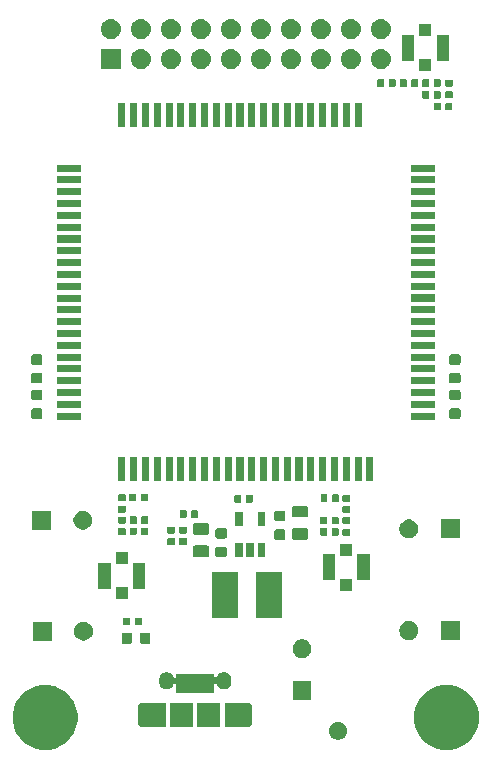
<source format=gts>
G04 #@! TF.GenerationSoftware,KiCad,Pcbnew,(5.1.4-dirty)*
G04 #@! TF.CreationDate,2020-05-21T00:04:07+08:00*
G04 #@! TF.ProjectId,cicada-4g,63696361-6461-42d3-9467-2e6b69636164,0.1*
G04 #@! TF.SameCoordinates,PX7cee6c0PY3dfd240*
G04 #@! TF.FileFunction,Soldermask,Top*
G04 #@! TF.FilePolarity,Negative*
%FSLAX46Y46*%
G04 Gerber Fmt 4.6, Leading zero omitted, Abs format (unit mm)*
G04 Created by KiCad (PCBNEW (5.1.4-dirty)) date 2020-05-21 00:04:07*
%MOMM*%
%LPD*%
G04 APERTURE LIST*
%ADD10C,0.150000*%
G04 APERTURE END LIST*
D10*
G36*
X37802144Y-59355680D02*
G01*
X38302612Y-59562981D01*
X38753022Y-59863935D01*
X39136065Y-60246978D01*
X39437019Y-60697388D01*
X39644320Y-61197856D01*
X39750000Y-61729147D01*
X39750000Y-62270853D01*
X39644320Y-62802144D01*
X39437019Y-63302612D01*
X39136065Y-63753022D01*
X38753022Y-64136065D01*
X38302612Y-64437019D01*
X37802144Y-64644320D01*
X37270853Y-64750000D01*
X36729147Y-64750000D01*
X36197856Y-64644320D01*
X35697388Y-64437019D01*
X35246978Y-64136065D01*
X34863935Y-63753022D01*
X34562981Y-63302612D01*
X34355680Y-62802144D01*
X34250000Y-62270853D01*
X34250000Y-61729147D01*
X34355680Y-61197856D01*
X34562981Y-60697388D01*
X34863935Y-60246978D01*
X35246978Y-59863935D01*
X35697388Y-59562981D01*
X36197856Y-59355680D01*
X36729147Y-59250000D01*
X37270853Y-59250000D01*
X37802144Y-59355680D01*
X37802144Y-59355680D01*
G37*
G36*
X3802144Y-59355680D02*
G01*
X4302612Y-59562981D01*
X4753022Y-59863935D01*
X5136065Y-60246978D01*
X5437019Y-60697388D01*
X5644320Y-61197856D01*
X5750000Y-61729147D01*
X5750000Y-62270853D01*
X5644320Y-62802144D01*
X5437019Y-63302612D01*
X5136065Y-63753022D01*
X4753022Y-64136065D01*
X4302612Y-64437019D01*
X3802144Y-64644320D01*
X3270853Y-64750000D01*
X2729147Y-64750000D01*
X2197856Y-64644320D01*
X1697388Y-64437019D01*
X1246978Y-64136065D01*
X863935Y-63753022D01*
X562981Y-63302612D01*
X355680Y-62802144D01*
X250000Y-62270853D01*
X250000Y-61729147D01*
X355680Y-61197856D01*
X562981Y-60697388D01*
X863935Y-60246978D01*
X1246978Y-59863935D01*
X1697388Y-59562981D01*
X2197856Y-59355680D01*
X2729147Y-59250000D01*
X3270853Y-59250000D01*
X3802144Y-59355680D01*
X3802144Y-59355680D01*
G37*
G36*
X28018766Y-62428821D02*
G01*
X28155257Y-62485358D01*
X28278097Y-62567437D01*
X28382563Y-62671903D01*
X28464642Y-62794743D01*
X28521179Y-62931234D01*
X28550000Y-63076130D01*
X28550000Y-63223870D01*
X28521179Y-63368766D01*
X28464642Y-63505257D01*
X28382563Y-63628097D01*
X28278097Y-63732563D01*
X28155257Y-63814642D01*
X28018766Y-63871179D01*
X27873870Y-63900000D01*
X27726130Y-63900000D01*
X27581234Y-63871179D01*
X27444743Y-63814642D01*
X27321903Y-63732563D01*
X27217437Y-63628097D01*
X27135358Y-63505257D01*
X27078821Y-63368766D01*
X27050000Y-63223870D01*
X27050000Y-63076130D01*
X27078821Y-62931234D01*
X27135358Y-62794743D01*
X27217437Y-62671903D01*
X27321903Y-62567437D01*
X27444743Y-62485358D01*
X27581234Y-62428821D01*
X27726130Y-62400000D01*
X27873870Y-62400000D01*
X28018766Y-62428821D01*
X28018766Y-62428821D01*
G37*
G36*
X19336228Y-60749398D02*
G01*
X19348480Y-60750000D01*
X20272289Y-60750000D01*
X20286611Y-60767452D01*
X20305554Y-60782997D01*
X20315786Y-60789833D01*
X20315787Y-60789834D01*
X20373112Y-60828137D01*
X20421863Y-60876888D01*
X20421865Y-60876891D01*
X20467003Y-60944446D01*
X20482548Y-60963388D01*
X20500000Y-60977711D01*
X20500000Y-62622289D01*
X20482548Y-62636611D01*
X20467003Y-62655554D01*
X20460167Y-62665786D01*
X20460166Y-62665787D01*
X20421863Y-62723112D01*
X20373112Y-62771863D01*
X20315787Y-62810166D01*
X20315786Y-62810167D01*
X20305554Y-62817003D01*
X20286612Y-62832548D01*
X20272289Y-62850000D01*
X19348481Y-62850000D01*
X19336229Y-62850602D01*
X19300000Y-62854170D01*
X19263772Y-62850602D01*
X19251520Y-62850000D01*
X18200000Y-62850000D01*
X18200000Y-60750000D01*
X19251519Y-60750000D01*
X19263771Y-60749398D01*
X19300000Y-60745830D01*
X19336228Y-60749398D01*
X19336228Y-60749398D01*
G37*
G36*
X12136228Y-60749398D02*
G01*
X12148480Y-60750000D01*
X13200000Y-60750000D01*
X13200000Y-62850000D01*
X12148481Y-62850000D01*
X12136229Y-62850602D01*
X12100000Y-62854170D01*
X12063772Y-62850602D01*
X12051520Y-62850000D01*
X11127711Y-62850000D01*
X11113389Y-62832548D01*
X11094446Y-62817003D01*
X11084214Y-62810167D01*
X11084213Y-62810166D01*
X11026888Y-62771863D01*
X10978137Y-62723112D01*
X10939834Y-62665787D01*
X10939833Y-62665786D01*
X10932997Y-62655554D01*
X10917452Y-62636612D01*
X10900000Y-62622289D01*
X10900000Y-60977711D01*
X10917452Y-60963389D01*
X10932997Y-60944446D01*
X10978135Y-60876891D01*
X10978137Y-60876888D01*
X11026888Y-60828137D01*
X11084213Y-60789834D01*
X11084214Y-60789833D01*
X11094446Y-60782997D01*
X11113388Y-60767452D01*
X11127711Y-60750000D01*
X12051519Y-60750000D01*
X12063771Y-60749398D01*
X12100000Y-60745830D01*
X12136228Y-60749398D01*
X12136228Y-60749398D01*
G37*
G36*
X17850000Y-62850000D02*
G01*
X15850000Y-62850000D01*
X15850000Y-60750000D01*
X17850000Y-60750000D01*
X17850000Y-62850000D01*
X17850000Y-62850000D01*
G37*
G36*
X15550000Y-62850000D02*
G01*
X13550000Y-62850000D01*
X13550000Y-60750000D01*
X15550000Y-60750000D01*
X15550000Y-62850000D01*
X15550000Y-62850000D01*
G37*
G36*
X25550000Y-60500000D02*
G01*
X23950000Y-60500000D01*
X23950000Y-58900000D01*
X25550000Y-58900000D01*
X25550000Y-60500000D01*
X25550000Y-60500000D01*
G37*
G36*
X18247520Y-58184043D02*
G01*
X18365333Y-58219781D01*
X18473910Y-58277817D01*
X18569080Y-58355920D01*
X18647183Y-58451089D01*
X18705219Y-58559666D01*
X18740957Y-58677479D01*
X18750000Y-58769296D01*
X18750000Y-59030703D01*
X18740957Y-59122520D01*
X18705219Y-59240333D01*
X18647183Y-59348911D01*
X18569080Y-59444080D01*
X18473911Y-59522183D01*
X18365334Y-59580219D01*
X18247521Y-59615957D01*
X18125000Y-59628024D01*
X18002480Y-59615957D01*
X17884667Y-59580219D01*
X17776090Y-59522183D01*
X17680921Y-59444080D01*
X17602818Y-59348911D01*
X17544781Y-59240334D01*
X17544614Y-59239784D01*
X17535238Y-59217148D01*
X17521624Y-59196773D01*
X17504297Y-59179446D01*
X17483923Y-59165833D01*
X17461284Y-59156455D01*
X17437251Y-59151675D01*
X17412747Y-59151675D01*
X17388713Y-59156456D01*
X17366075Y-59165833D01*
X17345700Y-59179447D01*
X17328373Y-59196774D01*
X17314760Y-59217148D01*
X17305382Y-59239787D01*
X17300000Y-59276072D01*
X17300000Y-59900000D01*
X14100000Y-59900000D01*
X14100000Y-59276071D01*
X14097598Y-59251685D01*
X14090485Y-59228236D01*
X14078934Y-59206625D01*
X14063389Y-59187683D01*
X14044447Y-59172138D01*
X14022836Y-59160587D01*
X13999387Y-59153474D01*
X13975001Y-59151072D01*
X13950615Y-59153474D01*
X13927166Y-59160587D01*
X13905555Y-59172138D01*
X13886613Y-59187683D01*
X13871068Y-59206625D01*
X13855386Y-59239784D01*
X13855219Y-59240333D01*
X13797183Y-59348911D01*
X13719080Y-59444080D01*
X13623911Y-59522183D01*
X13515334Y-59580219D01*
X13397521Y-59615957D01*
X13275000Y-59628024D01*
X13152480Y-59615957D01*
X13034667Y-59580219D01*
X12926090Y-59522183D01*
X12830921Y-59444080D01*
X12752818Y-59348911D01*
X12694781Y-59240334D01*
X12659043Y-59122521D01*
X12650000Y-59030704D01*
X12650000Y-58769297D01*
X12659043Y-58677480D01*
X12694781Y-58559667D01*
X12752817Y-58451090D01*
X12830920Y-58355920D01*
X12926089Y-58277817D01*
X13034666Y-58219781D01*
X13152479Y-58184043D01*
X13275000Y-58171976D01*
X13397520Y-58184043D01*
X13515333Y-58219781D01*
X13623910Y-58277817D01*
X13719080Y-58355920D01*
X13797183Y-58451089D01*
X13855219Y-58559666D01*
X13855386Y-58560216D01*
X13864762Y-58582852D01*
X13878376Y-58603227D01*
X13895703Y-58620554D01*
X13916077Y-58634167D01*
X13938716Y-58643545D01*
X13962749Y-58648325D01*
X13987253Y-58648325D01*
X14011287Y-58643544D01*
X14033925Y-58634167D01*
X14054300Y-58620553D01*
X14071627Y-58603226D01*
X14085240Y-58582852D01*
X14094618Y-58560213D01*
X14100000Y-58523928D01*
X14100000Y-58350000D01*
X17300000Y-58350000D01*
X17300000Y-58523929D01*
X17302402Y-58548315D01*
X17309515Y-58571764D01*
X17321066Y-58593375D01*
X17336611Y-58612317D01*
X17355553Y-58627862D01*
X17377164Y-58639413D01*
X17400613Y-58646526D01*
X17424999Y-58648928D01*
X17449385Y-58646526D01*
X17472834Y-58639413D01*
X17494445Y-58627862D01*
X17513387Y-58612317D01*
X17528932Y-58593375D01*
X17544615Y-58560215D01*
X17544616Y-58560213D01*
X17544781Y-58559667D01*
X17602817Y-58451090D01*
X17680920Y-58355920D01*
X17776089Y-58277817D01*
X17884666Y-58219781D01*
X18002479Y-58184043D01*
X18125000Y-58171976D01*
X18247520Y-58184043D01*
X18247520Y-58184043D01*
G37*
G36*
X24983351Y-55430743D02*
G01*
X25128941Y-55491048D01*
X25259970Y-55578599D01*
X25371401Y-55690030D01*
X25458952Y-55821059D01*
X25519257Y-55966649D01*
X25550000Y-56121206D01*
X25550000Y-56278794D01*
X25519257Y-56433351D01*
X25458952Y-56578941D01*
X25371401Y-56709970D01*
X25259970Y-56821401D01*
X25128941Y-56908952D01*
X24983351Y-56969257D01*
X24828794Y-57000000D01*
X24671206Y-57000000D01*
X24516649Y-56969257D01*
X24371059Y-56908952D01*
X24240030Y-56821401D01*
X24128599Y-56709970D01*
X24041048Y-56578941D01*
X23980743Y-56433351D01*
X23950000Y-56278794D01*
X23950000Y-56121206D01*
X23980743Y-55966649D01*
X24041048Y-55821059D01*
X24128599Y-55690030D01*
X24240030Y-55578599D01*
X24371059Y-55491048D01*
X24516649Y-55430743D01*
X24671206Y-55400000D01*
X24828794Y-55400000D01*
X24983351Y-55430743D01*
X24983351Y-55430743D01*
G37*
G36*
X10224116Y-54828595D02*
G01*
X10253311Y-54837452D01*
X10280223Y-54851837D01*
X10303808Y-54871192D01*
X10323163Y-54894777D01*
X10337548Y-54921689D01*
X10346405Y-54950884D01*
X10350000Y-54987390D01*
X10350000Y-55612610D01*
X10346405Y-55649116D01*
X10337548Y-55678311D01*
X10323163Y-55705223D01*
X10303808Y-55728808D01*
X10280223Y-55748163D01*
X10253311Y-55762548D01*
X10224116Y-55771405D01*
X10187610Y-55775000D01*
X9637390Y-55775000D01*
X9600884Y-55771405D01*
X9571689Y-55762548D01*
X9544777Y-55748163D01*
X9521192Y-55728808D01*
X9501837Y-55705223D01*
X9487452Y-55678311D01*
X9478595Y-55649116D01*
X9475000Y-55612610D01*
X9475000Y-54987390D01*
X9478595Y-54950884D01*
X9487452Y-54921689D01*
X9501837Y-54894777D01*
X9521192Y-54871192D01*
X9544777Y-54851837D01*
X9571689Y-54837452D01*
X9600884Y-54828595D01*
X9637390Y-54825000D01*
X10187610Y-54825000D01*
X10224116Y-54828595D01*
X10224116Y-54828595D01*
G37*
G36*
X11799116Y-54828595D02*
G01*
X11828311Y-54837452D01*
X11855223Y-54851837D01*
X11878808Y-54871192D01*
X11898163Y-54894777D01*
X11912548Y-54921689D01*
X11921405Y-54950884D01*
X11925000Y-54987390D01*
X11925000Y-55612610D01*
X11921405Y-55649116D01*
X11912548Y-55678311D01*
X11898163Y-55705223D01*
X11878808Y-55728808D01*
X11855223Y-55748163D01*
X11828311Y-55762548D01*
X11799116Y-55771405D01*
X11762610Y-55775000D01*
X11212390Y-55775000D01*
X11175884Y-55771405D01*
X11146689Y-55762548D01*
X11119777Y-55748163D01*
X11096192Y-55728808D01*
X11076837Y-55705223D01*
X11062452Y-55678311D01*
X11053595Y-55649116D01*
X11050000Y-55612610D01*
X11050000Y-54987390D01*
X11053595Y-54950884D01*
X11062452Y-54921689D01*
X11076837Y-54894777D01*
X11096192Y-54871192D01*
X11119777Y-54851837D01*
X11146689Y-54837452D01*
X11175884Y-54828595D01*
X11212390Y-54825000D01*
X11762610Y-54825000D01*
X11799116Y-54828595D01*
X11799116Y-54828595D01*
G37*
G36*
X6483351Y-53930743D02*
G01*
X6628941Y-53991048D01*
X6759970Y-54078599D01*
X6871401Y-54190030D01*
X6958952Y-54321059D01*
X7019257Y-54466649D01*
X7050000Y-54621206D01*
X7050000Y-54778794D01*
X7019257Y-54933351D01*
X6958952Y-55078941D01*
X6871401Y-55209970D01*
X6759970Y-55321401D01*
X6628941Y-55408952D01*
X6483351Y-55469257D01*
X6328794Y-55500000D01*
X6171206Y-55500000D01*
X6016649Y-55469257D01*
X5871059Y-55408952D01*
X5740030Y-55321401D01*
X5628599Y-55209970D01*
X5541048Y-55078941D01*
X5480743Y-54933351D01*
X5450000Y-54778794D01*
X5450000Y-54621206D01*
X5480743Y-54466649D01*
X5541048Y-54321059D01*
X5628599Y-54190030D01*
X5740030Y-54078599D01*
X5871059Y-53991048D01*
X6016649Y-53930743D01*
X6171206Y-53900000D01*
X6328794Y-53900000D01*
X6483351Y-53930743D01*
X6483351Y-53930743D01*
G37*
G36*
X3550000Y-55500000D02*
G01*
X1950000Y-55500000D01*
X1950000Y-53900000D01*
X3550000Y-53900000D01*
X3550000Y-55500000D01*
X3550000Y-55500000D01*
G37*
G36*
X38100000Y-55450000D02*
G01*
X36500000Y-55450000D01*
X36500000Y-53850000D01*
X38100000Y-53850000D01*
X38100000Y-55450000D01*
X38100000Y-55450000D01*
G37*
G36*
X34033351Y-53880743D02*
G01*
X34178941Y-53941048D01*
X34309970Y-54028599D01*
X34421401Y-54140030D01*
X34508952Y-54271059D01*
X34569257Y-54416649D01*
X34600000Y-54571206D01*
X34600000Y-54728794D01*
X34569257Y-54883351D01*
X34508952Y-55028941D01*
X34421401Y-55159970D01*
X34309970Y-55271401D01*
X34178941Y-55358952D01*
X34033351Y-55419257D01*
X33878794Y-55450000D01*
X33721206Y-55450000D01*
X33566649Y-55419257D01*
X33421059Y-55358952D01*
X33290030Y-55271401D01*
X33178599Y-55159970D01*
X33091048Y-55028941D01*
X33030743Y-54883351D01*
X33000000Y-54728794D01*
X33000000Y-54571206D01*
X33030743Y-54416649D01*
X33091048Y-54271059D01*
X33178599Y-54140030D01*
X33290030Y-54028599D01*
X33421059Y-53941048D01*
X33566649Y-53880743D01*
X33721206Y-53850000D01*
X33878794Y-53850000D01*
X34033351Y-53880743D01*
X34033351Y-53880743D01*
G37*
G36*
X10141463Y-53582226D02*
G01*
X10157299Y-53587030D01*
X10171886Y-53594827D01*
X10184677Y-53605323D01*
X10195173Y-53618114D01*
X10202970Y-53632701D01*
X10207774Y-53648537D01*
X10210000Y-53671140D01*
X10210000Y-54128860D01*
X10207774Y-54151463D01*
X10202970Y-54167299D01*
X10195173Y-54181886D01*
X10184677Y-54194677D01*
X10171886Y-54205173D01*
X10157299Y-54212970D01*
X10141463Y-54217774D01*
X10118860Y-54220000D01*
X9711140Y-54220000D01*
X9688537Y-54217774D01*
X9672701Y-54212970D01*
X9658114Y-54205173D01*
X9645323Y-54194677D01*
X9634827Y-54181886D01*
X9627030Y-54167299D01*
X9622226Y-54151463D01*
X9620000Y-54128860D01*
X9620000Y-53671140D01*
X9622226Y-53648537D01*
X9627030Y-53632701D01*
X9634827Y-53618114D01*
X9645323Y-53605323D01*
X9658114Y-53594827D01*
X9672701Y-53587030D01*
X9688537Y-53582226D01*
X9711140Y-53580000D01*
X10118860Y-53580000D01*
X10141463Y-53582226D01*
X10141463Y-53582226D01*
G37*
G36*
X11111463Y-53582226D02*
G01*
X11127299Y-53587030D01*
X11141886Y-53594827D01*
X11154677Y-53605323D01*
X11165173Y-53618114D01*
X11172970Y-53632701D01*
X11177774Y-53648537D01*
X11180000Y-53671140D01*
X11180000Y-54128860D01*
X11177774Y-54151463D01*
X11172970Y-54167299D01*
X11165173Y-54181886D01*
X11154677Y-54194677D01*
X11141886Y-54205173D01*
X11127299Y-54212970D01*
X11111463Y-54217774D01*
X11088860Y-54220000D01*
X10681140Y-54220000D01*
X10658537Y-54217774D01*
X10642701Y-54212970D01*
X10628114Y-54205173D01*
X10615323Y-54194677D01*
X10604827Y-54181886D01*
X10597030Y-54167299D01*
X10592226Y-54151463D01*
X10590000Y-54128860D01*
X10590000Y-53671140D01*
X10592226Y-53648537D01*
X10597030Y-53632701D01*
X10604827Y-53618114D01*
X10615323Y-53605323D01*
X10628114Y-53594827D01*
X10642701Y-53587030D01*
X10658537Y-53582226D01*
X10681140Y-53580000D01*
X11088860Y-53580000D01*
X11111463Y-53582226D01*
X11111463Y-53582226D01*
G37*
G36*
X19300000Y-53600000D02*
G01*
X17100000Y-53600000D01*
X17100000Y-49700000D01*
X19300000Y-49700000D01*
X19300000Y-53600000D01*
X19300000Y-53600000D01*
G37*
G36*
X23100000Y-53600000D02*
G01*
X20900000Y-53600000D01*
X20900000Y-49700000D01*
X23100000Y-49700000D01*
X23100000Y-53600000D01*
X23100000Y-53600000D01*
G37*
G36*
X10000000Y-52000000D02*
G01*
X9000000Y-52000000D01*
X9000000Y-51000000D01*
X10000000Y-51000000D01*
X10000000Y-52000000D01*
X10000000Y-52000000D01*
G37*
G36*
X29000000Y-51300000D02*
G01*
X28000000Y-51300000D01*
X28000000Y-50300000D01*
X29000000Y-50300000D01*
X29000000Y-51300000D01*
X29000000Y-51300000D01*
G37*
G36*
X11500000Y-51100000D02*
G01*
X10450000Y-51100000D01*
X10450000Y-48900000D01*
X11500000Y-48900000D01*
X11500000Y-51100000D01*
X11500000Y-51100000D01*
G37*
G36*
X8550000Y-51100000D02*
G01*
X7500000Y-51100000D01*
X7500000Y-48900000D01*
X8550000Y-48900000D01*
X8550000Y-51100000D01*
X8550000Y-51100000D01*
G37*
G36*
X27550000Y-50400000D02*
G01*
X26500000Y-50400000D01*
X26500000Y-48200000D01*
X27550000Y-48200000D01*
X27550000Y-50400000D01*
X27550000Y-50400000D01*
G37*
G36*
X30500000Y-50400000D02*
G01*
X29450000Y-50400000D01*
X29450000Y-48200000D01*
X30500000Y-48200000D01*
X30500000Y-50400000D01*
X30500000Y-50400000D01*
G37*
G36*
X10000000Y-49000000D02*
G01*
X9000000Y-49000000D01*
X9000000Y-48000000D01*
X10000000Y-48000000D01*
X10000000Y-49000000D01*
X10000000Y-49000000D01*
G37*
G36*
X21650735Y-48447209D02*
G01*
X21000735Y-48447209D01*
X21000735Y-47227209D01*
X21650735Y-47227209D01*
X21650735Y-48447209D01*
X21650735Y-48447209D01*
G37*
G36*
X19750735Y-48447209D02*
G01*
X19100735Y-48447209D01*
X19100735Y-47227209D01*
X19750735Y-47227209D01*
X19750735Y-48447209D01*
X19750735Y-48447209D01*
G37*
G36*
X20700735Y-48447209D02*
G01*
X20050735Y-48447209D01*
X20050735Y-47227209D01*
X20700735Y-47227209D01*
X20700735Y-48447209D01*
X20700735Y-48447209D01*
G37*
G36*
X18249116Y-47566095D02*
G01*
X18278311Y-47574952D01*
X18305223Y-47589337D01*
X18328808Y-47608692D01*
X18348163Y-47632277D01*
X18362548Y-47659189D01*
X18371405Y-47688384D01*
X18375000Y-47724890D01*
X18375000Y-48275110D01*
X18371405Y-48311616D01*
X18362548Y-48340811D01*
X18348163Y-48367723D01*
X18328808Y-48391308D01*
X18305223Y-48410663D01*
X18278311Y-48425048D01*
X18249116Y-48433905D01*
X18212610Y-48437500D01*
X17587390Y-48437500D01*
X17550884Y-48433905D01*
X17521689Y-48425048D01*
X17494777Y-48410663D01*
X17471192Y-48391308D01*
X17451837Y-48367723D01*
X17437452Y-48340811D01*
X17428595Y-48311616D01*
X17425000Y-48275110D01*
X17425000Y-47724890D01*
X17428595Y-47688384D01*
X17437452Y-47659189D01*
X17451837Y-47632277D01*
X17471192Y-47608692D01*
X17494777Y-47589337D01*
X17521689Y-47574952D01*
X17550884Y-47566095D01*
X17587390Y-47562500D01*
X18212610Y-47562500D01*
X18249116Y-47566095D01*
X18249116Y-47566095D01*
G37*
G36*
X16753991Y-47454075D02*
G01*
X16787879Y-47464355D01*
X16819112Y-47481050D01*
X16846486Y-47503514D01*
X16868950Y-47530888D01*
X16885645Y-47562121D01*
X16895925Y-47596009D01*
X16900000Y-47637388D01*
X16900000Y-48237612D01*
X16895925Y-48278991D01*
X16885645Y-48312879D01*
X16868950Y-48344112D01*
X16846486Y-48371486D01*
X16819112Y-48393950D01*
X16787879Y-48410645D01*
X16753991Y-48420925D01*
X16712612Y-48425000D01*
X15687388Y-48425000D01*
X15646009Y-48420925D01*
X15612121Y-48410645D01*
X15580888Y-48393950D01*
X15553514Y-48371486D01*
X15531050Y-48344112D01*
X15514355Y-48312879D01*
X15504075Y-48278991D01*
X15500000Y-48237612D01*
X15500000Y-47637388D01*
X15504075Y-47596009D01*
X15514355Y-47562121D01*
X15531050Y-47530888D01*
X15553514Y-47503514D01*
X15580888Y-47481050D01*
X15612121Y-47464355D01*
X15646009Y-47454075D01*
X15687388Y-47450000D01*
X16712612Y-47450000D01*
X16753991Y-47454075D01*
X16753991Y-47454075D01*
G37*
G36*
X29000000Y-48300000D02*
G01*
X28000000Y-48300000D01*
X28000000Y-47300000D01*
X29000000Y-47300000D01*
X29000000Y-48300000D01*
X29000000Y-48300000D01*
G37*
G36*
X13927200Y-46819435D02*
G01*
X13943036Y-46824239D01*
X13957623Y-46832036D01*
X13970414Y-46842532D01*
X13980910Y-46855323D01*
X13988707Y-46869910D01*
X13993511Y-46885746D01*
X13995737Y-46908349D01*
X13995737Y-47316069D01*
X13993511Y-47338672D01*
X13988707Y-47354508D01*
X13980910Y-47369095D01*
X13970414Y-47381886D01*
X13957623Y-47392382D01*
X13943036Y-47400179D01*
X13927200Y-47404983D01*
X13904597Y-47407209D01*
X13446877Y-47407209D01*
X13424274Y-47404983D01*
X13408438Y-47400179D01*
X13393851Y-47392382D01*
X13381060Y-47381886D01*
X13370564Y-47369095D01*
X13362767Y-47354508D01*
X13357963Y-47338672D01*
X13355737Y-47316069D01*
X13355737Y-46908349D01*
X13357963Y-46885746D01*
X13362767Y-46869910D01*
X13370564Y-46855323D01*
X13381060Y-46842532D01*
X13393851Y-46832036D01*
X13408438Y-46824239D01*
X13424274Y-46819435D01*
X13446877Y-46817209D01*
X13904597Y-46817209D01*
X13927200Y-46819435D01*
X13927200Y-46819435D01*
G37*
G36*
X14927199Y-46819435D02*
G01*
X14943035Y-46824239D01*
X14957622Y-46832036D01*
X14970413Y-46842532D01*
X14980909Y-46855323D01*
X14988706Y-46869910D01*
X14993510Y-46885746D01*
X14995736Y-46908349D01*
X14995736Y-47316069D01*
X14993510Y-47338672D01*
X14988706Y-47354508D01*
X14980909Y-47369095D01*
X14970413Y-47381886D01*
X14957622Y-47392382D01*
X14943035Y-47400179D01*
X14927199Y-47404983D01*
X14904596Y-47407209D01*
X14446876Y-47407209D01*
X14424273Y-47404983D01*
X14408437Y-47400179D01*
X14393850Y-47392382D01*
X14381059Y-47381886D01*
X14370563Y-47369095D01*
X14362766Y-47354508D01*
X14357962Y-47338672D01*
X14355736Y-47316069D01*
X14355736Y-46908349D01*
X14357962Y-46885746D01*
X14362766Y-46869910D01*
X14370563Y-46855323D01*
X14381059Y-46842532D01*
X14393850Y-46832036D01*
X14408437Y-46824239D01*
X14424273Y-46819435D01*
X14446876Y-46817209D01*
X14904596Y-46817209D01*
X14927199Y-46819435D01*
X14927199Y-46819435D01*
G37*
G36*
X23224852Y-46093301D02*
G01*
X23254047Y-46102158D01*
X23280959Y-46116543D01*
X23304544Y-46135898D01*
X23323899Y-46159483D01*
X23338284Y-46186395D01*
X23347141Y-46215590D01*
X23350736Y-46252096D01*
X23350736Y-46802316D01*
X23347141Y-46838822D01*
X23338284Y-46868017D01*
X23323899Y-46894929D01*
X23304544Y-46918514D01*
X23280959Y-46937869D01*
X23254047Y-46952254D01*
X23224852Y-46961111D01*
X23188346Y-46964706D01*
X22563126Y-46964706D01*
X22526620Y-46961111D01*
X22497425Y-46952254D01*
X22470513Y-46937869D01*
X22446928Y-46918514D01*
X22427573Y-46894929D01*
X22413188Y-46868017D01*
X22404331Y-46838822D01*
X22400736Y-46802316D01*
X22400736Y-46252096D01*
X22404331Y-46215590D01*
X22413188Y-46186395D01*
X22427573Y-46159483D01*
X22446928Y-46135898D01*
X22470513Y-46116543D01*
X22497425Y-46102158D01*
X22526620Y-46093301D01*
X22563126Y-46089706D01*
X23188346Y-46089706D01*
X23224852Y-46093301D01*
X23224852Y-46093301D01*
G37*
G36*
X25129726Y-45981283D02*
G01*
X25163614Y-45991563D01*
X25194847Y-46008258D01*
X25222221Y-46030722D01*
X25244685Y-46058096D01*
X25261380Y-46089329D01*
X25271660Y-46123217D01*
X25275735Y-46164596D01*
X25275735Y-46764820D01*
X25271660Y-46806199D01*
X25261380Y-46840087D01*
X25244685Y-46871320D01*
X25222221Y-46898694D01*
X25194847Y-46921158D01*
X25163614Y-46937853D01*
X25129726Y-46948133D01*
X25088347Y-46952208D01*
X24063123Y-46952208D01*
X24021744Y-46948133D01*
X23987856Y-46937853D01*
X23956623Y-46921158D01*
X23929249Y-46898694D01*
X23906785Y-46871320D01*
X23890090Y-46840087D01*
X23879810Y-46806199D01*
X23875735Y-46764820D01*
X23875735Y-46164596D01*
X23879810Y-46123217D01*
X23890090Y-46089329D01*
X23906785Y-46058096D01*
X23929249Y-46030722D01*
X23956623Y-46008258D01*
X23987856Y-45991563D01*
X24021744Y-45981283D01*
X24063123Y-45977208D01*
X25088347Y-45977208D01*
X25129726Y-45981283D01*
X25129726Y-45981283D01*
G37*
G36*
X18249116Y-45991095D02*
G01*
X18278311Y-45999952D01*
X18305223Y-46014337D01*
X18328808Y-46033692D01*
X18348163Y-46057277D01*
X18362548Y-46084189D01*
X18371405Y-46113384D01*
X18375000Y-46149890D01*
X18375000Y-46700110D01*
X18371405Y-46736616D01*
X18362548Y-46765811D01*
X18348163Y-46792723D01*
X18328808Y-46816308D01*
X18305223Y-46835663D01*
X18278311Y-46850048D01*
X18249116Y-46858905D01*
X18212610Y-46862500D01*
X17587390Y-46862500D01*
X17550884Y-46858905D01*
X17521689Y-46850048D01*
X17494777Y-46835663D01*
X17471192Y-46816308D01*
X17451837Y-46792723D01*
X17437452Y-46765811D01*
X17428595Y-46736616D01*
X17425000Y-46700110D01*
X17425000Y-46149890D01*
X17428595Y-46113384D01*
X17437452Y-46084189D01*
X17451837Y-46057277D01*
X17471192Y-46033692D01*
X17494777Y-46014337D01*
X17521689Y-45999952D01*
X17550884Y-45991095D01*
X17587390Y-45987500D01*
X18212610Y-45987500D01*
X18249116Y-45991095D01*
X18249116Y-45991095D01*
G37*
G36*
X38100000Y-46850000D02*
G01*
X36500000Y-46850000D01*
X36500000Y-45250000D01*
X38100000Y-45250000D01*
X38100000Y-46850000D01*
X38100000Y-46850000D01*
G37*
G36*
X34033351Y-45280743D02*
G01*
X34178941Y-45341048D01*
X34309970Y-45428599D01*
X34421401Y-45540030D01*
X34508952Y-45671059D01*
X34569257Y-45816649D01*
X34600000Y-45971206D01*
X34600000Y-46128794D01*
X34569257Y-46283351D01*
X34508952Y-46428941D01*
X34421401Y-46559970D01*
X34309970Y-46671401D01*
X34178941Y-46758952D01*
X34033351Y-46819257D01*
X33878794Y-46850000D01*
X33721206Y-46850000D01*
X33566649Y-46819257D01*
X33421059Y-46758952D01*
X33290030Y-46671401D01*
X33178599Y-46559970D01*
X33091048Y-46428941D01*
X33030743Y-46283351D01*
X33000000Y-46128794D01*
X33000000Y-45971206D01*
X33030743Y-45816649D01*
X33091048Y-45671059D01*
X33178599Y-45540030D01*
X33290030Y-45428599D01*
X33421059Y-45341048D01*
X33566649Y-45280743D01*
X33721206Y-45250000D01*
X33878794Y-45250000D01*
X34033351Y-45280743D01*
X34033351Y-45280743D01*
G37*
G36*
X27776463Y-45982226D02*
G01*
X27792299Y-45987030D01*
X27806886Y-45994827D01*
X27819677Y-46005323D01*
X27830173Y-46018114D01*
X27837970Y-46032701D01*
X27842774Y-46048537D01*
X27845000Y-46071140D01*
X27845000Y-46528860D01*
X27842774Y-46551463D01*
X27837970Y-46567299D01*
X27830173Y-46581886D01*
X27819677Y-46594677D01*
X27806886Y-46605173D01*
X27792299Y-46612970D01*
X27776463Y-46617774D01*
X27753860Y-46620000D01*
X27346140Y-46620000D01*
X27323537Y-46617774D01*
X27307701Y-46612970D01*
X27293114Y-46605173D01*
X27280323Y-46594677D01*
X27269827Y-46581886D01*
X27262030Y-46567299D01*
X27257226Y-46551463D01*
X27255000Y-46528860D01*
X27255000Y-46071140D01*
X27257226Y-46048537D01*
X27262030Y-46032701D01*
X27269827Y-46018114D01*
X27280323Y-46005323D01*
X27293114Y-45994827D01*
X27307701Y-45987030D01*
X27323537Y-45982226D01*
X27346140Y-45980000D01*
X27753860Y-45980000D01*
X27776463Y-45982226D01*
X27776463Y-45982226D01*
G37*
G36*
X26806463Y-45982226D02*
G01*
X26822299Y-45987030D01*
X26836886Y-45994827D01*
X26849677Y-46005323D01*
X26860173Y-46018114D01*
X26867970Y-46032701D01*
X26872774Y-46048537D01*
X26875000Y-46071140D01*
X26875000Y-46528860D01*
X26872774Y-46551463D01*
X26867970Y-46567299D01*
X26860173Y-46581886D01*
X26849677Y-46594677D01*
X26836886Y-46605173D01*
X26822299Y-46612970D01*
X26806463Y-46617774D01*
X26783860Y-46620000D01*
X26376140Y-46620000D01*
X26353537Y-46617774D01*
X26337701Y-46612970D01*
X26323114Y-46605173D01*
X26310323Y-46594677D01*
X26299827Y-46581886D01*
X26292030Y-46567299D01*
X26287226Y-46551463D01*
X26285000Y-46528860D01*
X26285000Y-46071140D01*
X26287226Y-46048537D01*
X26292030Y-46032701D01*
X26299827Y-46018114D01*
X26310323Y-46005323D01*
X26323114Y-45994827D01*
X26337701Y-45987030D01*
X26353537Y-45982226D01*
X26376140Y-45980000D01*
X26783860Y-45980000D01*
X26806463Y-45982226D01*
X26806463Y-45982226D01*
G37*
G36*
X28751463Y-46027226D02*
G01*
X28767299Y-46032030D01*
X28781886Y-46039827D01*
X28794677Y-46050323D01*
X28805173Y-46063114D01*
X28812970Y-46077701D01*
X28817774Y-46093537D01*
X28820000Y-46116140D01*
X28820000Y-46523860D01*
X28817774Y-46546463D01*
X28812970Y-46562299D01*
X28805173Y-46576886D01*
X28794677Y-46589677D01*
X28781886Y-46600173D01*
X28767299Y-46607970D01*
X28751463Y-46612774D01*
X28728860Y-46615000D01*
X28271140Y-46615000D01*
X28248537Y-46612774D01*
X28232701Y-46607970D01*
X28218114Y-46600173D01*
X28205323Y-46589677D01*
X28194827Y-46576886D01*
X28187030Y-46562299D01*
X28182226Y-46546463D01*
X28180000Y-46523860D01*
X28180000Y-46116140D01*
X28182226Y-46093537D01*
X28187030Y-46077701D01*
X28194827Y-46063114D01*
X28205323Y-46050323D01*
X28218114Y-46039827D01*
X28232701Y-46032030D01*
X28248537Y-46027226D01*
X28271140Y-46025000D01*
X28728860Y-46025000D01*
X28751463Y-46027226D01*
X28751463Y-46027226D01*
G37*
G36*
X10676463Y-45932226D02*
G01*
X10692299Y-45937030D01*
X10706886Y-45944827D01*
X10719677Y-45955323D01*
X10730173Y-45968114D01*
X10737970Y-45982701D01*
X10742774Y-45998537D01*
X10745000Y-46021140D01*
X10745000Y-46478860D01*
X10742774Y-46501463D01*
X10737970Y-46517299D01*
X10730173Y-46531886D01*
X10719677Y-46544677D01*
X10706886Y-46555173D01*
X10692299Y-46562970D01*
X10676463Y-46567774D01*
X10653860Y-46570000D01*
X10246140Y-46570000D01*
X10223537Y-46567774D01*
X10207701Y-46562970D01*
X10193114Y-46555173D01*
X10180323Y-46544677D01*
X10169827Y-46531886D01*
X10162030Y-46517299D01*
X10157226Y-46501463D01*
X10155000Y-46478860D01*
X10155000Y-46021140D01*
X10157226Y-45998537D01*
X10162030Y-45982701D01*
X10169827Y-45968114D01*
X10180323Y-45955323D01*
X10193114Y-45944827D01*
X10207701Y-45937030D01*
X10223537Y-45932226D01*
X10246140Y-45930000D01*
X10653860Y-45930000D01*
X10676463Y-45932226D01*
X10676463Y-45932226D01*
G37*
G36*
X11646463Y-45932226D02*
G01*
X11662299Y-45937030D01*
X11676886Y-45944827D01*
X11689677Y-45955323D01*
X11700173Y-45968114D01*
X11707970Y-45982701D01*
X11712774Y-45998537D01*
X11715000Y-46021140D01*
X11715000Y-46478860D01*
X11712774Y-46501463D01*
X11707970Y-46517299D01*
X11700173Y-46531886D01*
X11689677Y-46544677D01*
X11676886Y-46555173D01*
X11662299Y-46562970D01*
X11646463Y-46567774D01*
X11623860Y-46570000D01*
X11216140Y-46570000D01*
X11193537Y-46567774D01*
X11177701Y-46562970D01*
X11163114Y-46555173D01*
X11150323Y-46544677D01*
X11139827Y-46531886D01*
X11132030Y-46517299D01*
X11127226Y-46501463D01*
X11125000Y-46478860D01*
X11125000Y-46021140D01*
X11127226Y-45998537D01*
X11132030Y-45982701D01*
X11139827Y-45968114D01*
X11150323Y-45955323D01*
X11163114Y-45944827D01*
X11177701Y-45937030D01*
X11193537Y-45932226D01*
X11216140Y-45930000D01*
X11623860Y-45930000D01*
X11646463Y-45932226D01*
X11646463Y-45932226D01*
G37*
G36*
X9751463Y-45977226D02*
G01*
X9767299Y-45982030D01*
X9781886Y-45989827D01*
X9794677Y-46000323D01*
X9805173Y-46013114D01*
X9812970Y-46027701D01*
X9817774Y-46043537D01*
X9820000Y-46066140D01*
X9820000Y-46473860D01*
X9817774Y-46496463D01*
X9812970Y-46512299D01*
X9805173Y-46526886D01*
X9794677Y-46539677D01*
X9781886Y-46550173D01*
X9767299Y-46557970D01*
X9751463Y-46562774D01*
X9728860Y-46565000D01*
X9271140Y-46565000D01*
X9248537Y-46562774D01*
X9232701Y-46557970D01*
X9218114Y-46550173D01*
X9205323Y-46539677D01*
X9194827Y-46526886D01*
X9187030Y-46512299D01*
X9182226Y-46496463D01*
X9180000Y-46473860D01*
X9180000Y-46066140D01*
X9182226Y-46043537D01*
X9187030Y-46027701D01*
X9194827Y-46013114D01*
X9205323Y-46000323D01*
X9218114Y-45989827D01*
X9232701Y-45982030D01*
X9248537Y-45977226D01*
X9271140Y-45975000D01*
X9728860Y-45975000D01*
X9751463Y-45977226D01*
X9751463Y-45977226D01*
G37*
G36*
X16753991Y-45579075D02*
G01*
X16787879Y-45589355D01*
X16819112Y-45606050D01*
X16846486Y-45628514D01*
X16868950Y-45655888D01*
X16885645Y-45687121D01*
X16895925Y-45721009D01*
X16900000Y-45762388D01*
X16900000Y-46362612D01*
X16895925Y-46403991D01*
X16885645Y-46437879D01*
X16868950Y-46469112D01*
X16846486Y-46496486D01*
X16819112Y-46518950D01*
X16787879Y-46535645D01*
X16753991Y-46545925D01*
X16712612Y-46550000D01*
X15687388Y-46550000D01*
X15646009Y-46545925D01*
X15612121Y-46535645D01*
X15580888Y-46518950D01*
X15553514Y-46496486D01*
X15531050Y-46469112D01*
X15514355Y-46437879D01*
X15504075Y-46403991D01*
X15500000Y-46362612D01*
X15500000Y-45762388D01*
X15504075Y-45721009D01*
X15514355Y-45687121D01*
X15531050Y-45655888D01*
X15553514Y-45628514D01*
X15580888Y-45606050D01*
X15612121Y-45589355D01*
X15646009Y-45579075D01*
X15687388Y-45575000D01*
X16712612Y-45575000D01*
X16753991Y-45579075D01*
X16753991Y-45579075D01*
G37*
G36*
X13927200Y-45849435D02*
G01*
X13943036Y-45854239D01*
X13957623Y-45862036D01*
X13970414Y-45872532D01*
X13980910Y-45885323D01*
X13988707Y-45899910D01*
X13993511Y-45915746D01*
X13995737Y-45938349D01*
X13995737Y-46346069D01*
X13993511Y-46368672D01*
X13988707Y-46384508D01*
X13980910Y-46399095D01*
X13970414Y-46411886D01*
X13957623Y-46422382D01*
X13943036Y-46430179D01*
X13927200Y-46434983D01*
X13904597Y-46437209D01*
X13446877Y-46437209D01*
X13424274Y-46434983D01*
X13408438Y-46430179D01*
X13393851Y-46422382D01*
X13381060Y-46411886D01*
X13370564Y-46399095D01*
X13362767Y-46384508D01*
X13357963Y-46368672D01*
X13355737Y-46346069D01*
X13355737Y-45938349D01*
X13357963Y-45915746D01*
X13362767Y-45899910D01*
X13370564Y-45885323D01*
X13381060Y-45872532D01*
X13393851Y-45862036D01*
X13408438Y-45854239D01*
X13424274Y-45849435D01*
X13446877Y-45847209D01*
X13904597Y-45847209D01*
X13927200Y-45849435D01*
X13927200Y-45849435D01*
G37*
G36*
X14927199Y-45849435D02*
G01*
X14943035Y-45854239D01*
X14957622Y-45862036D01*
X14970413Y-45872532D01*
X14980909Y-45885323D01*
X14988706Y-45899910D01*
X14993510Y-45915746D01*
X14995736Y-45938349D01*
X14995736Y-46346069D01*
X14993510Y-46368672D01*
X14988706Y-46384508D01*
X14980909Y-46399095D01*
X14970413Y-46411886D01*
X14957622Y-46422382D01*
X14943035Y-46430179D01*
X14927199Y-46434983D01*
X14904596Y-46437209D01*
X14446876Y-46437209D01*
X14424273Y-46434983D01*
X14408437Y-46430179D01*
X14393850Y-46422382D01*
X14381059Y-46411886D01*
X14370563Y-46399095D01*
X14362766Y-46384508D01*
X14357962Y-46368672D01*
X14355736Y-46346069D01*
X14355736Y-45938349D01*
X14357962Y-45915746D01*
X14362766Y-45899910D01*
X14370563Y-45885323D01*
X14381059Y-45872532D01*
X14393850Y-45862036D01*
X14408437Y-45854239D01*
X14424273Y-45849435D01*
X14446876Y-45847209D01*
X14904596Y-45847209D01*
X14927199Y-45849435D01*
X14927199Y-45849435D01*
G37*
G36*
X3500000Y-46100000D02*
G01*
X1900000Y-46100000D01*
X1900000Y-44500000D01*
X3500000Y-44500000D01*
X3500000Y-46100000D01*
X3500000Y-46100000D01*
G37*
G36*
X6433351Y-44530743D02*
G01*
X6578941Y-44591048D01*
X6709970Y-44678599D01*
X6821401Y-44790030D01*
X6908952Y-44921059D01*
X6969257Y-45066649D01*
X7000000Y-45221204D01*
X7000000Y-45378794D01*
X6969257Y-45533351D01*
X6908952Y-45678941D01*
X6821401Y-45809970D01*
X6709970Y-45921401D01*
X6578941Y-46008952D01*
X6433351Y-46069257D01*
X6278794Y-46100000D01*
X6121206Y-46100000D01*
X5966649Y-46069257D01*
X5821059Y-46008952D01*
X5690030Y-45921401D01*
X5578599Y-45809970D01*
X5491048Y-45678941D01*
X5430743Y-45533351D01*
X5400000Y-45378794D01*
X5400000Y-45221204D01*
X5430743Y-45066649D01*
X5491048Y-44921059D01*
X5578599Y-44790030D01*
X5690030Y-44678599D01*
X5821059Y-44591048D01*
X5966649Y-44530743D01*
X6121206Y-44500000D01*
X6278794Y-44500000D01*
X6433351Y-44530743D01*
X6433351Y-44530743D01*
G37*
G36*
X19750735Y-45827209D02*
G01*
X19100735Y-45827209D01*
X19100735Y-44607209D01*
X19750735Y-44607209D01*
X19750735Y-45827209D01*
X19750735Y-45827209D01*
G37*
G36*
X21650735Y-45827209D02*
G01*
X21000735Y-45827209D01*
X21000735Y-44607209D01*
X21650735Y-44607209D01*
X21650735Y-45827209D01*
X21650735Y-45827209D01*
G37*
G36*
X26806463Y-45032226D02*
G01*
X26822299Y-45037030D01*
X26836886Y-45044827D01*
X26849677Y-45055323D01*
X26860173Y-45068114D01*
X26867970Y-45082701D01*
X26872774Y-45098537D01*
X26875000Y-45121140D01*
X26875000Y-45578860D01*
X26872774Y-45601463D01*
X26867970Y-45617299D01*
X26860173Y-45631886D01*
X26849677Y-45644677D01*
X26836886Y-45655173D01*
X26822299Y-45662970D01*
X26806463Y-45667774D01*
X26783860Y-45670000D01*
X26376140Y-45670000D01*
X26353537Y-45667774D01*
X26337701Y-45662970D01*
X26323114Y-45655173D01*
X26310323Y-45644677D01*
X26299827Y-45631886D01*
X26292030Y-45617299D01*
X26287226Y-45601463D01*
X26285000Y-45578860D01*
X26285000Y-45121140D01*
X26287226Y-45098537D01*
X26292030Y-45082701D01*
X26299827Y-45068114D01*
X26310323Y-45055323D01*
X26323114Y-45044827D01*
X26337701Y-45037030D01*
X26353537Y-45032226D01*
X26376140Y-45030000D01*
X26783860Y-45030000D01*
X26806463Y-45032226D01*
X26806463Y-45032226D01*
G37*
G36*
X27776463Y-45032226D02*
G01*
X27792299Y-45037030D01*
X27806886Y-45044827D01*
X27819677Y-45055323D01*
X27830173Y-45068114D01*
X27837970Y-45082701D01*
X27842774Y-45098537D01*
X27845000Y-45121140D01*
X27845000Y-45578860D01*
X27842774Y-45601463D01*
X27837970Y-45617299D01*
X27830173Y-45631886D01*
X27819677Y-45644677D01*
X27806886Y-45655173D01*
X27792299Y-45662970D01*
X27776463Y-45667774D01*
X27753860Y-45670000D01*
X27346140Y-45670000D01*
X27323537Y-45667774D01*
X27307701Y-45662970D01*
X27293114Y-45655173D01*
X27280323Y-45644677D01*
X27269827Y-45631886D01*
X27262030Y-45617299D01*
X27257226Y-45601463D01*
X27255000Y-45578860D01*
X27255000Y-45121140D01*
X27257226Y-45098537D01*
X27262030Y-45082701D01*
X27269827Y-45068114D01*
X27280323Y-45055323D01*
X27293114Y-45044827D01*
X27307701Y-45037030D01*
X27323537Y-45032226D01*
X27346140Y-45030000D01*
X27753860Y-45030000D01*
X27776463Y-45032226D01*
X27776463Y-45032226D01*
G37*
G36*
X28751463Y-45057226D02*
G01*
X28767299Y-45062030D01*
X28781886Y-45069827D01*
X28794677Y-45080323D01*
X28805173Y-45093114D01*
X28812970Y-45107701D01*
X28817774Y-45123537D01*
X28820000Y-45146140D01*
X28820000Y-45553860D01*
X28817774Y-45576463D01*
X28812970Y-45592299D01*
X28805173Y-45606886D01*
X28794677Y-45619677D01*
X28781886Y-45630173D01*
X28767299Y-45637970D01*
X28751463Y-45642774D01*
X28728860Y-45645000D01*
X28271140Y-45645000D01*
X28248537Y-45642774D01*
X28232701Y-45637970D01*
X28218114Y-45630173D01*
X28205323Y-45619677D01*
X28194827Y-45606886D01*
X28187030Y-45592299D01*
X28182226Y-45576463D01*
X28180000Y-45553860D01*
X28180000Y-45146140D01*
X28182226Y-45123537D01*
X28187030Y-45107701D01*
X28194827Y-45093114D01*
X28205323Y-45080323D01*
X28218114Y-45069827D01*
X28232701Y-45062030D01*
X28248537Y-45057226D01*
X28271140Y-45055000D01*
X28728860Y-45055000D01*
X28751463Y-45057226D01*
X28751463Y-45057226D01*
G37*
G36*
X11661463Y-44982226D02*
G01*
X11677299Y-44987030D01*
X11691886Y-44994827D01*
X11704677Y-45005323D01*
X11715173Y-45018114D01*
X11722970Y-45032701D01*
X11727774Y-45048537D01*
X11730000Y-45071140D01*
X11730000Y-45528860D01*
X11727774Y-45551463D01*
X11722970Y-45567299D01*
X11715173Y-45581886D01*
X11704677Y-45594677D01*
X11691886Y-45605173D01*
X11677299Y-45612970D01*
X11661463Y-45617774D01*
X11638860Y-45620000D01*
X11231140Y-45620000D01*
X11208537Y-45617774D01*
X11192701Y-45612970D01*
X11178114Y-45605173D01*
X11165323Y-45594677D01*
X11154827Y-45581886D01*
X11147030Y-45567299D01*
X11142226Y-45551463D01*
X11140000Y-45528860D01*
X11140000Y-45071140D01*
X11142226Y-45048537D01*
X11147030Y-45032701D01*
X11154827Y-45018114D01*
X11165323Y-45005323D01*
X11178114Y-44994827D01*
X11192701Y-44987030D01*
X11208537Y-44982226D01*
X11231140Y-44980000D01*
X11638860Y-44980000D01*
X11661463Y-44982226D01*
X11661463Y-44982226D01*
G37*
G36*
X10691463Y-44982226D02*
G01*
X10707299Y-44987030D01*
X10721886Y-44994827D01*
X10734677Y-45005323D01*
X10745173Y-45018114D01*
X10752970Y-45032701D01*
X10757774Y-45048537D01*
X10760000Y-45071140D01*
X10760000Y-45528860D01*
X10757774Y-45551463D01*
X10752970Y-45567299D01*
X10745173Y-45581886D01*
X10734677Y-45594677D01*
X10721886Y-45605173D01*
X10707299Y-45612970D01*
X10691463Y-45617774D01*
X10668860Y-45620000D01*
X10261140Y-45620000D01*
X10238537Y-45617774D01*
X10222701Y-45612970D01*
X10208114Y-45605173D01*
X10195323Y-45594677D01*
X10184827Y-45581886D01*
X10177030Y-45567299D01*
X10172226Y-45551463D01*
X10170000Y-45528860D01*
X10170000Y-45071140D01*
X10172226Y-45048537D01*
X10177030Y-45032701D01*
X10184827Y-45018114D01*
X10195323Y-45005323D01*
X10208114Y-44994827D01*
X10222701Y-44987030D01*
X10238537Y-44982226D01*
X10261140Y-44980000D01*
X10668860Y-44980000D01*
X10691463Y-44982226D01*
X10691463Y-44982226D01*
G37*
G36*
X9751463Y-45007226D02*
G01*
X9767299Y-45012030D01*
X9781886Y-45019827D01*
X9794677Y-45030323D01*
X9805173Y-45043114D01*
X9812970Y-45057701D01*
X9817774Y-45073537D01*
X9820000Y-45096140D01*
X9820000Y-45503860D01*
X9817774Y-45526463D01*
X9812970Y-45542299D01*
X9805173Y-45556886D01*
X9794677Y-45569677D01*
X9781886Y-45580173D01*
X9767299Y-45587970D01*
X9751463Y-45592774D01*
X9728860Y-45595000D01*
X9271140Y-45595000D01*
X9248537Y-45592774D01*
X9232701Y-45587970D01*
X9218114Y-45580173D01*
X9205323Y-45569677D01*
X9194827Y-45556886D01*
X9187030Y-45542299D01*
X9182226Y-45526463D01*
X9180000Y-45503860D01*
X9180000Y-45096140D01*
X9182226Y-45073537D01*
X9187030Y-45057701D01*
X9194827Y-45043114D01*
X9205323Y-45030323D01*
X9218114Y-45019827D01*
X9232701Y-45012030D01*
X9248537Y-45007226D01*
X9271140Y-45005000D01*
X9728860Y-45005000D01*
X9751463Y-45007226D01*
X9751463Y-45007226D01*
G37*
G36*
X23224852Y-44518301D02*
G01*
X23254047Y-44527158D01*
X23280959Y-44541543D01*
X23304544Y-44560898D01*
X23323899Y-44584483D01*
X23338284Y-44611395D01*
X23347141Y-44640590D01*
X23350736Y-44677096D01*
X23350736Y-45227316D01*
X23347141Y-45263822D01*
X23338284Y-45293017D01*
X23323899Y-45319929D01*
X23304544Y-45343514D01*
X23280959Y-45362869D01*
X23254047Y-45377254D01*
X23224852Y-45386111D01*
X23188346Y-45389706D01*
X22563126Y-45389706D01*
X22526620Y-45386111D01*
X22497425Y-45377254D01*
X22470513Y-45362869D01*
X22446928Y-45343514D01*
X22427573Y-45319929D01*
X22413188Y-45293017D01*
X22404331Y-45263822D01*
X22400736Y-45227316D01*
X22400736Y-44677096D01*
X22404331Y-44640590D01*
X22413188Y-44611395D01*
X22427573Y-44584483D01*
X22446928Y-44560898D01*
X22470513Y-44541543D01*
X22497425Y-44527158D01*
X22526620Y-44518301D01*
X22563126Y-44514706D01*
X23188346Y-44514706D01*
X23224852Y-44518301D01*
X23224852Y-44518301D01*
G37*
G36*
X14917199Y-44482226D02*
G01*
X14933035Y-44487030D01*
X14947622Y-44494827D01*
X14960413Y-44505323D01*
X14970909Y-44518114D01*
X14978706Y-44532701D01*
X14983510Y-44548537D01*
X14985736Y-44571140D01*
X14985736Y-45028860D01*
X14983510Y-45051463D01*
X14978706Y-45067299D01*
X14970909Y-45081886D01*
X14960413Y-45094677D01*
X14947622Y-45105173D01*
X14933035Y-45112970D01*
X14917199Y-45117774D01*
X14894596Y-45120000D01*
X14486876Y-45120000D01*
X14464273Y-45117774D01*
X14448437Y-45112970D01*
X14433850Y-45105173D01*
X14421059Y-45094677D01*
X14410563Y-45081886D01*
X14402766Y-45067299D01*
X14397962Y-45051463D01*
X14395736Y-45028860D01*
X14395736Y-44571140D01*
X14397962Y-44548537D01*
X14402766Y-44532701D01*
X14410563Y-44518114D01*
X14421059Y-44505323D01*
X14433850Y-44494827D01*
X14448437Y-44487030D01*
X14464273Y-44482226D01*
X14486876Y-44480000D01*
X14894596Y-44480000D01*
X14917199Y-44482226D01*
X14917199Y-44482226D01*
G37*
G36*
X15887199Y-44482226D02*
G01*
X15903035Y-44487030D01*
X15917622Y-44494827D01*
X15930413Y-44505323D01*
X15940909Y-44518114D01*
X15948706Y-44532701D01*
X15953510Y-44548537D01*
X15955736Y-44571140D01*
X15955736Y-45028860D01*
X15953510Y-45051463D01*
X15948706Y-45067299D01*
X15940909Y-45081886D01*
X15930413Y-45094677D01*
X15917622Y-45105173D01*
X15903035Y-45112970D01*
X15887199Y-45117774D01*
X15864596Y-45120000D01*
X15456876Y-45120000D01*
X15434273Y-45117774D01*
X15418437Y-45112970D01*
X15403850Y-45105173D01*
X15391059Y-45094677D01*
X15380563Y-45081886D01*
X15372766Y-45067299D01*
X15367962Y-45051463D01*
X15365736Y-45028860D01*
X15365736Y-44571140D01*
X15367962Y-44548537D01*
X15372766Y-44532701D01*
X15380563Y-44518114D01*
X15391059Y-44505323D01*
X15403850Y-44494827D01*
X15418437Y-44487030D01*
X15434273Y-44482226D01*
X15456876Y-44480000D01*
X15864596Y-44480000D01*
X15887199Y-44482226D01*
X15887199Y-44482226D01*
G37*
G36*
X25129726Y-44106283D02*
G01*
X25163614Y-44116563D01*
X25194847Y-44133258D01*
X25222221Y-44155722D01*
X25244685Y-44183096D01*
X25261380Y-44214329D01*
X25271660Y-44248217D01*
X25275735Y-44289596D01*
X25275735Y-44889820D01*
X25271660Y-44931199D01*
X25261380Y-44965087D01*
X25244685Y-44996320D01*
X25222221Y-45023694D01*
X25194847Y-45046158D01*
X25163614Y-45062853D01*
X25129726Y-45073133D01*
X25088347Y-45077208D01*
X24063123Y-45077208D01*
X24021744Y-45073133D01*
X23987856Y-45062853D01*
X23956623Y-45046158D01*
X23929249Y-45023694D01*
X23906785Y-44996320D01*
X23890090Y-44965087D01*
X23879810Y-44931199D01*
X23875735Y-44889820D01*
X23875735Y-44289596D01*
X23879810Y-44248217D01*
X23890090Y-44214329D01*
X23906785Y-44183096D01*
X23929249Y-44155722D01*
X23956623Y-44133258D01*
X23987856Y-44116563D01*
X24021744Y-44106283D01*
X24063123Y-44102208D01*
X25088347Y-44102208D01*
X25129726Y-44106283D01*
X25129726Y-44106283D01*
G37*
G36*
X28751463Y-44127226D02*
G01*
X28767299Y-44132030D01*
X28781886Y-44139827D01*
X28794677Y-44150323D01*
X28805173Y-44163114D01*
X28812970Y-44177701D01*
X28817774Y-44193537D01*
X28820000Y-44216140D01*
X28820000Y-44623860D01*
X28817774Y-44646463D01*
X28812970Y-44662299D01*
X28805173Y-44676886D01*
X28794677Y-44689677D01*
X28781886Y-44700173D01*
X28767299Y-44707970D01*
X28751463Y-44712774D01*
X28728860Y-44715000D01*
X28271140Y-44715000D01*
X28248537Y-44712774D01*
X28232701Y-44707970D01*
X28218114Y-44700173D01*
X28205323Y-44689677D01*
X28194827Y-44676886D01*
X28187030Y-44662299D01*
X28182226Y-44646463D01*
X28180000Y-44623860D01*
X28180000Y-44216140D01*
X28182226Y-44193537D01*
X28187030Y-44177701D01*
X28194827Y-44163114D01*
X28205323Y-44150323D01*
X28218114Y-44139827D01*
X28232701Y-44132030D01*
X28248537Y-44127226D01*
X28271140Y-44125000D01*
X28728860Y-44125000D01*
X28751463Y-44127226D01*
X28751463Y-44127226D01*
G37*
G36*
X9751463Y-44092226D02*
G01*
X9767299Y-44097030D01*
X9781886Y-44104827D01*
X9794677Y-44115323D01*
X9805173Y-44128114D01*
X9812970Y-44142701D01*
X9817774Y-44158537D01*
X9820000Y-44181140D01*
X9820000Y-44588860D01*
X9817774Y-44611463D01*
X9812970Y-44627299D01*
X9805173Y-44641886D01*
X9794677Y-44654677D01*
X9781886Y-44665173D01*
X9767299Y-44672970D01*
X9751463Y-44677774D01*
X9728860Y-44680000D01*
X9271140Y-44680000D01*
X9248537Y-44677774D01*
X9232701Y-44672970D01*
X9218114Y-44665173D01*
X9205323Y-44654677D01*
X9194827Y-44641886D01*
X9187030Y-44627299D01*
X9182226Y-44611463D01*
X9180000Y-44588860D01*
X9180000Y-44181140D01*
X9182226Y-44158537D01*
X9187030Y-44142701D01*
X9194827Y-44128114D01*
X9205323Y-44115323D01*
X9218114Y-44104827D01*
X9232701Y-44097030D01*
X9248537Y-44092226D01*
X9271140Y-44090000D01*
X9728860Y-44090000D01*
X9751463Y-44092226D01*
X9751463Y-44092226D01*
G37*
G36*
X20526463Y-43182226D02*
G01*
X20542299Y-43187030D01*
X20556886Y-43194827D01*
X20569677Y-43205323D01*
X20580173Y-43218114D01*
X20587970Y-43232701D01*
X20592774Y-43248537D01*
X20595000Y-43271140D01*
X20595000Y-43728860D01*
X20592774Y-43751463D01*
X20587970Y-43767299D01*
X20580173Y-43781886D01*
X20569677Y-43794677D01*
X20556886Y-43805173D01*
X20542299Y-43812970D01*
X20526463Y-43817774D01*
X20503860Y-43820000D01*
X20096140Y-43820000D01*
X20073537Y-43817774D01*
X20057701Y-43812970D01*
X20043114Y-43805173D01*
X20030323Y-43794677D01*
X20019827Y-43781886D01*
X20012030Y-43767299D01*
X20007226Y-43751463D01*
X20005000Y-43728860D01*
X20005000Y-43271140D01*
X20007226Y-43248537D01*
X20012030Y-43232701D01*
X20019827Y-43218114D01*
X20030323Y-43205323D01*
X20043114Y-43194827D01*
X20057701Y-43187030D01*
X20073537Y-43182226D01*
X20096140Y-43180000D01*
X20503860Y-43180000D01*
X20526463Y-43182226D01*
X20526463Y-43182226D01*
G37*
G36*
X19556463Y-43182226D02*
G01*
X19572299Y-43187030D01*
X19586886Y-43194827D01*
X19599677Y-43205323D01*
X19610173Y-43218114D01*
X19617970Y-43232701D01*
X19622774Y-43248537D01*
X19625000Y-43271140D01*
X19625000Y-43728860D01*
X19622774Y-43751463D01*
X19617970Y-43767299D01*
X19610173Y-43781886D01*
X19599677Y-43794677D01*
X19586886Y-43805173D01*
X19572299Y-43812970D01*
X19556463Y-43817774D01*
X19533860Y-43820000D01*
X19126140Y-43820000D01*
X19103537Y-43817774D01*
X19087701Y-43812970D01*
X19073114Y-43805173D01*
X19060323Y-43794677D01*
X19049827Y-43781886D01*
X19042030Y-43767299D01*
X19037226Y-43751463D01*
X19035000Y-43728860D01*
X19035000Y-43271140D01*
X19037226Y-43248537D01*
X19042030Y-43232701D01*
X19049827Y-43218114D01*
X19060323Y-43205323D01*
X19073114Y-43194827D01*
X19087701Y-43187030D01*
X19103537Y-43182226D01*
X19126140Y-43180000D01*
X19533860Y-43180000D01*
X19556463Y-43182226D01*
X19556463Y-43182226D01*
G37*
G36*
X27811463Y-43132226D02*
G01*
X27827299Y-43137030D01*
X27841886Y-43144827D01*
X27854677Y-43155323D01*
X27865173Y-43168114D01*
X27872970Y-43182701D01*
X27877774Y-43198537D01*
X27880000Y-43221140D01*
X27880000Y-43678860D01*
X27877774Y-43701463D01*
X27872970Y-43717299D01*
X27865173Y-43731886D01*
X27854677Y-43744677D01*
X27841886Y-43755173D01*
X27827299Y-43762970D01*
X27811463Y-43767774D01*
X27788860Y-43770000D01*
X27381140Y-43770000D01*
X27358537Y-43767774D01*
X27342701Y-43762970D01*
X27328114Y-43755173D01*
X27315323Y-43744677D01*
X27304827Y-43731886D01*
X27297030Y-43717299D01*
X27292226Y-43701463D01*
X27290000Y-43678860D01*
X27290000Y-43221140D01*
X27292226Y-43198537D01*
X27297030Y-43182701D01*
X27304827Y-43168114D01*
X27315323Y-43155323D01*
X27328114Y-43144827D01*
X27342701Y-43137030D01*
X27358537Y-43132226D01*
X27381140Y-43130000D01*
X27788860Y-43130000D01*
X27811463Y-43132226D01*
X27811463Y-43132226D01*
G37*
G36*
X26841463Y-43132226D02*
G01*
X26857299Y-43137030D01*
X26871886Y-43144827D01*
X26884677Y-43155323D01*
X26895173Y-43168114D01*
X26902970Y-43182701D01*
X26907774Y-43198537D01*
X26910000Y-43221140D01*
X26910000Y-43678860D01*
X26907774Y-43701463D01*
X26902970Y-43717299D01*
X26895173Y-43731886D01*
X26884677Y-43744677D01*
X26871886Y-43755173D01*
X26857299Y-43762970D01*
X26841463Y-43767774D01*
X26818860Y-43770000D01*
X26411140Y-43770000D01*
X26388537Y-43767774D01*
X26372701Y-43762970D01*
X26358114Y-43755173D01*
X26345323Y-43744677D01*
X26334827Y-43731886D01*
X26327030Y-43717299D01*
X26322226Y-43701463D01*
X26320000Y-43678860D01*
X26320000Y-43221140D01*
X26322226Y-43198537D01*
X26327030Y-43182701D01*
X26334827Y-43168114D01*
X26345323Y-43155323D01*
X26358114Y-43144827D01*
X26372701Y-43137030D01*
X26388537Y-43132226D01*
X26411140Y-43130000D01*
X26818860Y-43130000D01*
X26841463Y-43132226D01*
X26841463Y-43132226D01*
G37*
G36*
X28751463Y-43157226D02*
G01*
X28767299Y-43162030D01*
X28781886Y-43169827D01*
X28794677Y-43180323D01*
X28805173Y-43193114D01*
X28812970Y-43207701D01*
X28817774Y-43223537D01*
X28820000Y-43246140D01*
X28820000Y-43653860D01*
X28817774Y-43676463D01*
X28812970Y-43692299D01*
X28805173Y-43706886D01*
X28794677Y-43719677D01*
X28781886Y-43730173D01*
X28767299Y-43737970D01*
X28751463Y-43742774D01*
X28728860Y-43745000D01*
X28271140Y-43745000D01*
X28248537Y-43742774D01*
X28232701Y-43737970D01*
X28218114Y-43730173D01*
X28205323Y-43719677D01*
X28194827Y-43706886D01*
X28187030Y-43692299D01*
X28182226Y-43676463D01*
X28180000Y-43653860D01*
X28180000Y-43246140D01*
X28182226Y-43223537D01*
X28187030Y-43207701D01*
X28194827Y-43193114D01*
X28205323Y-43180323D01*
X28218114Y-43169827D01*
X28232701Y-43162030D01*
X28248537Y-43157226D01*
X28271140Y-43155000D01*
X28728860Y-43155000D01*
X28751463Y-43157226D01*
X28751463Y-43157226D01*
G37*
G36*
X11611463Y-43082226D02*
G01*
X11627299Y-43087030D01*
X11641886Y-43094827D01*
X11654677Y-43105323D01*
X11665173Y-43118114D01*
X11672970Y-43132701D01*
X11677774Y-43148537D01*
X11680000Y-43171140D01*
X11680000Y-43628860D01*
X11677774Y-43651463D01*
X11672970Y-43667299D01*
X11665173Y-43681886D01*
X11654677Y-43694677D01*
X11641886Y-43705173D01*
X11627299Y-43712970D01*
X11611463Y-43717774D01*
X11588860Y-43720000D01*
X11181140Y-43720000D01*
X11158537Y-43717774D01*
X11142701Y-43712970D01*
X11128114Y-43705173D01*
X11115323Y-43694677D01*
X11104827Y-43681886D01*
X11097030Y-43667299D01*
X11092226Y-43651463D01*
X11090000Y-43628860D01*
X11090000Y-43171140D01*
X11092226Y-43148537D01*
X11097030Y-43132701D01*
X11104827Y-43118114D01*
X11115323Y-43105323D01*
X11128114Y-43094827D01*
X11142701Y-43087030D01*
X11158537Y-43082226D01*
X11181140Y-43080000D01*
X11588860Y-43080000D01*
X11611463Y-43082226D01*
X11611463Y-43082226D01*
G37*
G36*
X10641463Y-43082226D02*
G01*
X10657299Y-43087030D01*
X10671886Y-43094827D01*
X10684677Y-43105323D01*
X10695173Y-43118114D01*
X10702970Y-43132701D01*
X10707774Y-43148537D01*
X10710000Y-43171140D01*
X10710000Y-43628860D01*
X10707774Y-43651463D01*
X10702970Y-43667299D01*
X10695173Y-43681886D01*
X10684677Y-43694677D01*
X10671886Y-43705173D01*
X10657299Y-43712970D01*
X10641463Y-43717774D01*
X10618860Y-43720000D01*
X10211140Y-43720000D01*
X10188537Y-43717774D01*
X10172701Y-43712970D01*
X10158114Y-43705173D01*
X10145323Y-43694677D01*
X10134827Y-43681886D01*
X10127030Y-43667299D01*
X10122226Y-43651463D01*
X10120000Y-43628860D01*
X10120000Y-43171140D01*
X10122226Y-43148537D01*
X10127030Y-43132701D01*
X10134827Y-43118114D01*
X10145323Y-43105323D01*
X10158114Y-43094827D01*
X10172701Y-43087030D01*
X10188537Y-43082226D01*
X10211140Y-43080000D01*
X10618860Y-43080000D01*
X10641463Y-43082226D01*
X10641463Y-43082226D01*
G37*
G36*
X9751463Y-43122226D02*
G01*
X9767299Y-43127030D01*
X9781886Y-43134827D01*
X9794677Y-43145323D01*
X9805173Y-43158114D01*
X9812970Y-43172701D01*
X9817774Y-43188537D01*
X9820000Y-43211140D01*
X9820000Y-43618860D01*
X9817774Y-43641463D01*
X9812970Y-43657299D01*
X9805173Y-43671886D01*
X9794677Y-43684677D01*
X9781886Y-43695173D01*
X9767299Y-43702970D01*
X9751463Y-43707774D01*
X9728860Y-43710000D01*
X9271140Y-43710000D01*
X9248537Y-43707774D01*
X9232701Y-43702970D01*
X9218114Y-43695173D01*
X9205323Y-43684677D01*
X9194827Y-43671886D01*
X9187030Y-43657299D01*
X9182226Y-43641463D01*
X9180000Y-43618860D01*
X9180000Y-43211140D01*
X9182226Y-43188537D01*
X9187030Y-43172701D01*
X9194827Y-43158114D01*
X9205323Y-43145323D01*
X9218114Y-43134827D01*
X9232701Y-43127030D01*
X9248537Y-43122226D01*
X9271140Y-43120000D01*
X9728860Y-43120000D01*
X9751463Y-43122226D01*
X9751463Y-43122226D01*
G37*
G36*
X9799720Y-41999490D02*
G01*
X9200280Y-41999490D01*
X9200280Y-40000510D01*
X9799720Y-40000510D01*
X9799720Y-41999490D01*
X9799720Y-41999490D01*
G37*
G36*
X11799720Y-41999490D02*
G01*
X11200280Y-41999490D01*
X11200280Y-40000510D01*
X11799720Y-40000510D01*
X11799720Y-41999490D01*
X11799720Y-41999490D01*
G37*
G36*
X10799720Y-41999490D02*
G01*
X10200280Y-41999490D01*
X10200280Y-40000510D01*
X10799720Y-40000510D01*
X10799720Y-41999490D01*
X10799720Y-41999490D01*
G37*
G36*
X20800820Y-41992990D02*
G01*
X20201380Y-41992990D01*
X20201380Y-39994010D01*
X20800820Y-39994010D01*
X20800820Y-41992990D01*
X20800820Y-41992990D01*
G37*
G36*
X12799820Y-41992990D02*
G01*
X12200380Y-41992990D01*
X12200380Y-39994010D01*
X12799820Y-39994010D01*
X12799820Y-41992990D01*
X12799820Y-41992990D01*
G37*
G36*
X14801340Y-41992990D02*
G01*
X14201900Y-41992990D01*
X14201900Y-39994010D01*
X14801340Y-39994010D01*
X14801340Y-41992990D01*
X14801340Y-41992990D01*
G37*
G36*
X15802100Y-41992990D02*
G01*
X15202660Y-41992990D01*
X15202660Y-39994010D01*
X15802100Y-39994010D01*
X15802100Y-41992990D01*
X15802100Y-41992990D01*
G37*
G36*
X16800320Y-41992990D02*
G01*
X16200880Y-41992990D01*
X16200880Y-39994010D01*
X16800320Y-39994010D01*
X16800320Y-41992990D01*
X16800320Y-41992990D01*
G37*
G36*
X17801080Y-41992990D02*
G01*
X17201640Y-41992990D01*
X17201640Y-39994010D01*
X17801080Y-39994010D01*
X17801080Y-41992990D01*
X17801080Y-41992990D01*
G37*
G36*
X18801840Y-41992990D02*
G01*
X18202400Y-41992990D01*
X18202400Y-39994010D01*
X18801840Y-39994010D01*
X18801840Y-41992990D01*
X18801840Y-41992990D01*
G37*
G36*
X19800060Y-41992990D02*
G01*
X19200620Y-41992990D01*
X19200620Y-39994010D01*
X19800060Y-39994010D01*
X19800060Y-41992990D01*
X19800060Y-41992990D01*
G37*
G36*
X13800580Y-41992990D02*
G01*
X13201140Y-41992990D01*
X13201140Y-39994010D01*
X13800580Y-39994010D01*
X13800580Y-41992990D01*
X13800580Y-41992990D01*
G37*
G36*
X22799800Y-41992990D02*
G01*
X22200360Y-41992990D01*
X22200360Y-39994010D01*
X22799800Y-39994010D01*
X22799800Y-41992990D01*
X22799800Y-41992990D01*
G37*
G36*
X23798020Y-41992990D02*
G01*
X23198580Y-41992990D01*
X23198580Y-39994010D01*
X23798020Y-39994010D01*
X23798020Y-41992990D01*
X23798020Y-41992990D01*
G37*
G36*
X24798780Y-41992990D02*
G01*
X24199340Y-41992990D01*
X24199340Y-39994010D01*
X24798780Y-39994010D01*
X24798780Y-41992990D01*
X24798780Y-41992990D01*
G37*
G36*
X26797760Y-41992990D02*
G01*
X26198320Y-41992990D01*
X26198320Y-39994010D01*
X26797760Y-39994010D01*
X26797760Y-41992990D01*
X26797760Y-41992990D01*
G37*
G36*
X27798520Y-41992990D02*
G01*
X27199080Y-41992990D01*
X27199080Y-39994010D01*
X27798520Y-39994010D01*
X27798520Y-41992990D01*
X27798520Y-41992990D01*
G37*
G36*
X28799280Y-41992990D02*
G01*
X28199840Y-41992990D01*
X28199840Y-39994010D01*
X28799280Y-39994010D01*
X28799280Y-41992990D01*
X28799280Y-41992990D01*
G37*
G36*
X29797500Y-41992990D02*
G01*
X29198060Y-41992990D01*
X29198060Y-39994010D01*
X29797500Y-39994010D01*
X29797500Y-41992990D01*
X29797500Y-41992990D01*
G37*
G36*
X30798260Y-41992990D02*
G01*
X30198820Y-41992990D01*
X30198820Y-39994010D01*
X30798260Y-39994010D01*
X30798260Y-41992990D01*
X30798260Y-41992990D01*
G37*
G36*
X25799540Y-41992990D02*
G01*
X25200100Y-41992990D01*
X25200100Y-39994010D01*
X25799540Y-39994010D01*
X25799540Y-41992990D01*
X25799540Y-41992990D01*
G37*
G36*
X21801580Y-41992990D02*
G01*
X21202140Y-41992990D01*
X21202140Y-39994010D01*
X21801580Y-39994010D01*
X21801580Y-41992990D01*
X21801580Y-41992990D01*
G37*
G36*
X5999490Y-36799720D02*
G01*
X4000510Y-36799720D01*
X4000510Y-36200280D01*
X5999490Y-36200280D01*
X5999490Y-36799720D01*
X5999490Y-36799720D01*
G37*
G36*
X35995590Y-36799720D02*
G01*
X33996610Y-36799720D01*
X33996610Y-36200280D01*
X35995590Y-36200280D01*
X35995590Y-36799720D01*
X35995590Y-36799720D01*
G37*
G36*
X2649116Y-35853595D02*
G01*
X2678311Y-35862452D01*
X2705223Y-35876837D01*
X2728808Y-35896192D01*
X2748163Y-35919777D01*
X2762548Y-35946689D01*
X2771405Y-35975884D01*
X2775000Y-36012390D01*
X2775000Y-36562610D01*
X2771405Y-36599116D01*
X2762548Y-36628311D01*
X2748163Y-36655223D01*
X2728808Y-36678808D01*
X2705223Y-36698163D01*
X2678311Y-36712548D01*
X2649116Y-36721405D01*
X2612610Y-36725000D01*
X1987390Y-36725000D01*
X1950884Y-36721405D01*
X1921689Y-36712548D01*
X1894777Y-36698163D01*
X1871192Y-36678808D01*
X1851837Y-36655223D01*
X1837452Y-36628311D01*
X1828595Y-36599116D01*
X1825000Y-36562610D01*
X1825000Y-36012390D01*
X1828595Y-35975884D01*
X1837452Y-35946689D01*
X1851837Y-35919777D01*
X1871192Y-35896192D01*
X1894777Y-35876837D01*
X1921689Y-35862452D01*
X1950884Y-35853595D01*
X1987390Y-35850000D01*
X2612610Y-35850000D01*
X2649116Y-35853595D01*
X2649116Y-35853595D01*
G37*
G36*
X38049116Y-35853595D02*
G01*
X38078311Y-35862452D01*
X38105223Y-35876837D01*
X38128808Y-35896192D01*
X38148163Y-35919777D01*
X38162548Y-35946689D01*
X38171405Y-35975884D01*
X38175000Y-36012390D01*
X38175000Y-36562610D01*
X38171405Y-36599116D01*
X38162548Y-36628311D01*
X38148163Y-36655223D01*
X38128808Y-36678808D01*
X38105223Y-36698163D01*
X38078311Y-36712548D01*
X38049116Y-36721405D01*
X38012610Y-36725000D01*
X37387390Y-36725000D01*
X37350884Y-36721405D01*
X37321689Y-36712548D01*
X37294777Y-36698163D01*
X37271192Y-36678808D01*
X37251837Y-36655223D01*
X37237452Y-36628311D01*
X37228595Y-36599116D01*
X37225000Y-36562610D01*
X37225000Y-36012390D01*
X37228595Y-35975884D01*
X37237452Y-35946689D01*
X37251837Y-35919777D01*
X37271192Y-35896192D01*
X37294777Y-35876837D01*
X37321689Y-35862452D01*
X37350884Y-35853595D01*
X37387390Y-35850000D01*
X38012610Y-35850000D01*
X38049116Y-35853595D01*
X38049116Y-35853595D01*
G37*
G36*
X35995590Y-35798980D02*
G01*
X33996610Y-35798980D01*
X33996610Y-35199540D01*
X35995590Y-35199540D01*
X35995590Y-35798980D01*
X35995590Y-35798980D01*
G37*
G36*
X6000790Y-35798180D02*
G01*
X4001810Y-35798180D01*
X4001810Y-35198740D01*
X6000790Y-35198740D01*
X6000790Y-35798180D01*
X6000790Y-35798180D01*
G37*
G36*
X38049116Y-34278595D02*
G01*
X38078311Y-34287452D01*
X38105223Y-34301837D01*
X38128808Y-34321192D01*
X38148163Y-34344777D01*
X38162548Y-34371689D01*
X38171405Y-34400884D01*
X38175000Y-34437390D01*
X38175000Y-34987610D01*
X38171405Y-35024116D01*
X38162548Y-35053311D01*
X38148163Y-35080223D01*
X38128808Y-35103808D01*
X38105223Y-35123163D01*
X38078311Y-35137548D01*
X38049116Y-35146405D01*
X38012610Y-35150000D01*
X37387390Y-35150000D01*
X37350884Y-35146405D01*
X37321689Y-35137548D01*
X37294777Y-35123163D01*
X37271192Y-35103808D01*
X37251837Y-35080223D01*
X37237452Y-35053311D01*
X37228595Y-35024116D01*
X37225000Y-34987610D01*
X37225000Y-34437390D01*
X37228595Y-34400884D01*
X37237452Y-34371689D01*
X37251837Y-34344777D01*
X37271192Y-34321192D01*
X37294777Y-34301837D01*
X37321689Y-34287452D01*
X37350884Y-34278595D01*
X37387390Y-34275000D01*
X38012610Y-34275000D01*
X38049116Y-34278595D01*
X38049116Y-34278595D01*
G37*
G36*
X2649116Y-34278595D02*
G01*
X2678311Y-34287452D01*
X2705223Y-34301837D01*
X2728808Y-34321192D01*
X2748163Y-34344777D01*
X2762548Y-34371689D01*
X2771405Y-34400884D01*
X2775000Y-34437390D01*
X2775000Y-34987610D01*
X2771405Y-35024116D01*
X2762548Y-35053311D01*
X2748163Y-35080223D01*
X2728808Y-35103808D01*
X2705223Y-35123163D01*
X2678311Y-35137548D01*
X2649116Y-35146405D01*
X2612610Y-35150000D01*
X1987390Y-35150000D01*
X1950884Y-35146405D01*
X1921689Y-35137548D01*
X1894777Y-35123163D01*
X1871192Y-35103808D01*
X1851837Y-35080223D01*
X1837452Y-35053311D01*
X1828595Y-35024116D01*
X1825000Y-34987610D01*
X1825000Y-34437390D01*
X1828595Y-34400884D01*
X1837452Y-34371689D01*
X1851837Y-34344777D01*
X1871192Y-34321192D01*
X1894777Y-34301837D01*
X1921689Y-34287452D01*
X1950884Y-34278595D01*
X1987390Y-34275000D01*
X2612610Y-34275000D01*
X2649116Y-34278595D01*
X2649116Y-34278595D01*
G37*
G36*
X35995590Y-34798980D02*
G01*
X33996610Y-34798980D01*
X33996610Y-34199540D01*
X35995590Y-34199540D01*
X35995590Y-34798980D01*
X35995590Y-34798980D01*
G37*
G36*
X6000790Y-34797420D02*
G01*
X4001810Y-34797420D01*
X4001810Y-34197980D01*
X6000790Y-34197980D01*
X6000790Y-34797420D01*
X6000790Y-34797420D01*
G37*
G36*
X6000790Y-33799200D02*
G01*
X4001810Y-33799200D01*
X4001810Y-33199760D01*
X6000790Y-33199760D01*
X6000790Y-33799200D01*
X6000790Y-33799200D01*
G37*
G36*
X35995590Y-33798980D02*
G01*
X33996610Y-33798980D01*
X33996610Y-33199540D01*
X35995590Y-33199540D01*
X35995590Y-33798980D01*
X35995590Y-33798980D01*
G37*
G36*
X38049116Y-32853595D02*
G01*
X38078311Y-32862452D01*
X38105223Y-32876837D01*
X38128808Y-32896192D01*
X38148163Y-32919777D01*
X38162548Y-32946689D01*
X38171405Y-32975884D01*
X38175000Y-33012390D01*
X38175000Y-33562610D01*
X38171405Y-33599116D01*
X38162548Y-33628311D01*
X38148163Y-33655223D01*
X38128808Y-33678808D01*
X38105223Y-33698163D01*
X38078311Y-33712548D01*
X38049116Y-33721405D01*
X38012610Y-33725000D01*
X37387390Y-33725000D01*
X37350884Y-33721405D01*
X37321689Y-33712548D01*
X37294777Y-33698163D01*
X37271192Y-33678808D01*
X37251837Y-33655223D01*
X37237452Y-33628311D01*
X37228595Y-33599116D01*
X37225000Y-33562610D01*
X37225000Y-33012390D01*
X37228595Y-32975884D01*
X37237452Y-32946689D01*
X37251837Y-32919777D01*
X37271192Y-32896192D01*
X37294777Y-32876837D01*
X37321689Y-32862452D01*
X37350884Y-32853595D01*
X37387390Y-32850000D01*
X38012610Y-32850000D01*
X38049116Y-32853595D01*
X38049116Y-32853595D01*
G37*
G36*
X2649116Y-32853595D02*
G01*
X2678311Y-32862452D01*
X2705223Y-32876837D01*
X2728808Y-32896192D01*
X2748163Y-32919777D01*
X2762548Y-32946689D01*
X2771405Y-32975884D01*
X2775000Y-33012390D01*
X2775000Y-33562610D01*
X2771405Y-33599116D01*
X2762548Y-33628311D01*
X2748163Y-33655223D01*
X2728808Y-33678808D01*
X2705223Y-33698163D01*
X2678311Y-33712548D01*
X2649116Y-33721405D01*
X2612610Y-33725000D01*
X1987390Y-33725000D01*
X1950884Y-33721405D01*
X1921689Y-33712548D01*
X1894777Y-33698163D01*
X1871192Y-33678808D01*
X1851837Y-33655223D01*
X1837452Y-33628311D01*
X1828595Y-33599116D01*
X1825000Y-33562610D01*
X1825000Y-33012390D01*
X1828595Y-32975884D01*
X1837452Y-32946689D01*
X1851837Y-32919777D01*
X1871192Y-32896192D01*
X1894777Y-32876837D01*
X1921689Y-32862452D01*
X1950884Y-32853595D01*
X1987390Y-32850000D01*
X2612610Y-32850000D01*
X2649116Y-32853595D01*
X2649116Y-32853595D01*
G37*
G36*
X35995590Y-32798980D02*
G01*
X33996610Y-32798980D01*
X33996610Y-32199540D01*
X35995590Y-32199540D01*
X35995590Y-32798980D01*
X35995590Y-32798980D01*
G37*
G36*
X6000790Y-32798440D02*
G01*
X4001810Y-32798440D01*
X4001810Y-32199000D01*
X6000790Y-32199000D01*
X6000790Y-32798440D01*
X6000790Y-32798440D01*
G37*
G36*
X2649116Y-31278595D02*
G01*
X2678311Y-31287452D01*
X2705223Y-31301837D01*
X2728808Y-31321192D01*
X2748163Y-31344777D01*
X2762548Y-31371689D01*
X2771405Y-31400884D01*
X2775000Y-31437390D01*
X2775000Y-31987610D01*
X2771405Y-32024116D01*
X2762548Y-32053311D01*
X2748163Y-32080223D01*
X2728808Y-32103808D01*
X2705223Y-32123163D01*
X2678311Y-32137548D01*
X2649116Y-32146405D01*
X2612610Y-32150000D01*
X1987390Y-32150000D01*
X1950884Y-32146405D01*
X1921689Y-32137548D01*
X1894777Y-32123163D01*
X1871192Y-32103808D01*
X1851837Y-32080223D01*
X1837452Y-32053311D01*
X1828595Y-32024116D01*
X1825000Y-31987610D01*
X1825000Y-31437390D01*
X1828595Y-31400884D01*
X1837452Y-31371689D01*
X1851837Y-31344777D01*
X1871192Y-31321192D01*
X1894777Y-31301837D01*
X1921689Y-31287452D01*
X1950884Y-31278595D01*
X1987390Y-31275000D01*
X2612610Y-31275000D01*
X2649116Y-31278595D01*
X2649116Y-31278595D01*
G37*
G36*
X38049116Y-31278595D02*
G01*
X38078311Y-31287452D01*
X38105223Y-31301837D01*
X38128808Y-31321192D01*
X38148163Y-31344777D01*
X38162548Y-31371689D01*
X38171405Y-31400884D01*
X38175000Y-31437390D01*
X38175000Y-31987610D01*
X38171405Y-32024116D01*
X38162548Y-32053311D01*
X38148163Y-32080223D01*
X38128808Y-32103808D01*
X38105223Y-32123163D01*
X38078311Y-32137548D01*
X38049116Y-32146405D01*
X38012610Y-32150000D01*
X37387390Y-32150000D01*
X37350884Y-32146405D01*
X37321689Y-32137548D01*
X37294777Y-32123163D01*
X37271192Y-32103808D01*
X37251837Y-32080223D01*
X37237452Y-32053311D01*
X37228595Y-32024116D01*
X37225000Y-31987610D01*
X37225000Y-31437390D01*
X37228595Y-31400884D01*
X37237452Y-31371689D01*
X37251837Y-31344777D01*
X37271192Y-31321192D01*
X37294777Y-31301837D01*
X37321689Y-31287452D01*
X37350884Y-31278595D01*
X37387390Y-31275000D01*
X38012610Y-31275000D01*
X38049116Y-31278595D01*
X38049116Y-31278595D01*
G37*
G36*
X35995590Y-31798980D02*
G01*
X33996610Y-31798980D01*
X33996610Y-31199540D01*
X35995590Y-31199540D01*
X35995590Y-31798980D01*
X35995590Y-31798980D01*
G37*
G36*
X6000790Y-31797680D02*
G01*
X4001810Y-31797680D01*
X4001810Y-31198240D01*
X6000790Y-31198240D01*
X6000790Y-31797680D01*
X6000790Y-31797680D01*
G37*
G36*
X6000790Y-30799460D02*
G01*
X4001810Y-30799460D01*
X4001810Y-30200020D01*
X6000790Y-30200020D01*
X6000790Y-30799460D01*
X6000790Y-30799460D01*
G37*
G36*
X35995590Y-30798220D02*
G01*
X33996610Y-30798220D01*
X33996610Y-30198780D01*
X35995590Y-30198780D01*
X35995590Y-30798220D01*
X35995590Y-30798220D01*
G37*
G36*
X6000790Y-29798700D02*
G01*
X4001810Y-29798700D01*
X4001810Y-29199260D01*
X6000790Y-29199260D01*
X6000790Y-29798700D01*
X6000790Y-29798700D01*
G37*
G36*
X35995590Y-29797460D02*
G01*
X33996610Y-29797460D01*
X33996610Y-29198020D01*
X35995590Y-29198020D01*
X35995590Y-29797460D01*
X35995590Y-29797460D01*
G37*
G36*
X35995590Y-28799240D02*
G01*
X33996610Y-28799240D01*
X33996610Y-28199800D01*
X35995590Y-28199800D01*
X35995590Y-28799240D01*
X35995590Y-28799240D01*
G37*
G36*
X6000790Y-28797940D02*
G01*
X4001810Y-28797940D01*
X4001810Y-28198500D01*
X6000790Y-28198500D01*
X6000790Y-28797940D01*
X6000790Y-28797940D01*
G37*
G36*
X6000790Y-27799720D02*
G01*
X4001810Y-27799720D01*
X4001810Y-27200280D01*
X6000790Y-27200280D01*
X6000790Y-27799720D01*
X6000790Y-27799720D01*
G37*
G36*
X35995590Y-27798480D02*
G01*
X33996610Y-27798480D01*
X33996610Y-27199040D01*
X35995590Y-27199040D01*
X35995590Y-27798480D01*
X35995590Y-27798480D01*
G37*
G36*
X6000790Y-26801500D02*
G01*
X4001810Y-26801500D01*
X4001810Y-26202060D01*
X6000790Y-26202060D01*
X6000790Y-26801500D01*
X6000790Y-26801500D01*
G37*
G36*
X35995590Y-26797720D02*
G01*
X33996610Y-26797720D01*
X33996610Y-26198280D01*
X35995590Y-26198280D01*
X35995590Y-26797720D01*
X35995590Y-26797720D01*
G37*
G36*
X6000790Y-25800740D02*
G01*
X4001810Y-25800740D01*
X4001810Y-25201300D01*
X6000790Y-25201300D01*
X6000790Y-25800740D01*
X6000790Y-25800740D01*
G37*
G36*
X35995590Y-25799500D02*
G01*
X33996610Y-25799500D01*
X33996610Y-25200060D01*
X35995590Y-25200060D01*
X35995590Y-25799500D01*
X35995590Y-25799500D01*
G37*
G36*
X6000790Y-24799980D02*
G01*
X4001810Y-24799980D01*
X4001810Y-24200540D01*
X6000790Y-24200540D01*
X6000790Y-24799980D01*
X6000790Y-24799980D01*
G37*
G36*
X35995590Y-24798740D02*
G01*
X33996610Y-24798740D01*
X33996610Y-24199300D01*
X35995590Y-24199300D01*
X35995590Y-24798740D01*
X35995590Y-24798740D01*
G37*
G36*
X6000790Y-23801760D02*
G01*
X4001810Y-23801760D01*
X4001810Y-23202320D01*
X6000790Y-23202320D01*
X6000790Y-23801760D01*
X6000790Y-23801760D01*
G37*
G36*
X35995590Y-23797980D02*
G01*
X33996610Y-23797980D01*
X33996610Y-23198540D01*
X35995590Y-23198540D01*
X35995590Y-23797980D01*
X35995590Y-23797980D01*
G37*
G36*
X6000790Y-22801000D02*
G01*
X4001810Y-22801000D01*
X4001810Y-22201560D01*
X6000790Y-22201560D01*
X6000790Y-22801000D01*
X6000790Y-22801000D01*
G37*
G36*
X35995590Y-22799760D02*
G01*
X33996610Y-22799760D01*
X33996610Y-22200320D01*
X35995590Y-22200320D01*
X35995590Y-22799760D01*
X35995590Y-22799760D01*
G37*
G36*
X35995590Y-21801540D02*
G01*
X33996610Y-21801540D01*
X33996610Y-21202100D01*
X35995590Y-21202100D01*
X35995590Y-21801540D01*
X35995590Y-21801540D01*
G37*
G36*
X6000790Y-21800240D02*
G01*
X4001810Y-21800240D01*
X4001810Y-21200800D01*
X6000790Y-21200800D01*
X6000790Y-21800240D01*
X6000790Y-21800240D01*
G37*
G36*
X6000790Y-20802020D02*
G01*
X4001810Y-20802020D01*
X4001810Y-20202580D01*
X6000790Y-20202580D01*
X6000790Y-20802020D01*
X6000790Y-20802020D01*
G37*
G36*
X35995590Y-20800780D02*
G01*
X33996610Y-20800780D01*
X33996610Y-20201340D01*
X35995590Y-20201340D01*
X35995590Y-20800780D01*
X35995590Y-20800780D01*
G37*
G36*
X6000790Y-19801260D02*
G01*
X4001810Y-19801260D01*
X4001810Y-19201820D01*
X6000790Y-19201820D01*
X6000790Y-19801260D01*
X6000790Y-19801260D01*
G37*
G36*
X35995590Y-19800020D02*
G01*
X33996610Y-19800020D01*
X33996610Y-19200580D01*
X35995590Y-19200580D01*
X35995590Y-19800020D01*
X35995590Y-19800020D01*
G37*
G36*
X35995590Y-18801800D02*
G01*
X33996610Y-18801800D01*
X33996610Y-18202360D01*
X35995590Y-18202360D01*
X35995590Y-18801800D01*
X35995590Y-18801800D01*
G37*
G36*
X6000790Y-18800500D02*
G01*
X4001810Y-18800500D01*
X4001810Y-18201060D01*
X6000790Y-18201060D01*
X6000790Y-18800500D01*
X6000790Y-18800500D01*
G37*
G36*
X35995590Y-17801040D02*
G01*
X33996610Y-17801040D01*
X33996610Y-17201600D01*
X35995590Y-17201600D01*
X35995590Y-17801040D01*
X35995590Y-17801040D01*
G37*
G36*
X6000790Y-17799740D02*
G01*
X4001810Y-17799740D01*
X4001810Y-17200300D01*
X6000790Y-17200300D01*
X6000790Y-17799740D01*
X6000790Y-17799740D01*
G37*
G36*
X35995590Y-16800280D02*
G01*
X33996610Y-16800280D01*
X33996610Y-16200840D01*
X35995590Y-16200840D01*
X35995590Y-16800280D01*
X35995590Y-16800280D01*
G37*
G36*
X5999490Y-16799720D02*
G01*
X4000510Y-16799720D01*
X4000510Y-16200280D01*
X5999490Y-16200280D01*
X5999490Y-16799720D01*
X5999490Y-16799720D01*
G37*
G36*
X35995590Y-15802060D02*
G01*
X33996610Y-15802060D01*
X33996610Y-15202620D01*
X35995590Y-15202620D01*
X35995590Y-15802060D01*
X35995590Y-15802060D01*
G37*
G36*
X5999490Y-15799720D02*
G01*
X4000510Y-15799720D01*
X4000510Y-15200280D01*
X5999490Y-15200280D01*
X5999490Y-15799720D01*
X5999490Y-15799720D01*
G37*
G36*
X9799740Y-12000790D02*
G01*
X9200300Y-12000790D01*
X9200300Y-10001810D01*
X9799740Y-10001810D01*
X9799740Y-12000790D01*
X9799740Y-12000790D01*
G37*
G36*
X10800500Y-12000790D02*
G01*
X10201060Y-12000790D01*
X10201060Y-10001810D01*
X10800500Y-10001810D01*
X10800500Y-12000790D01*
X10800500Y-12000790D01*
G37*
G36*
X11801260Y-12000790D02*
G01*
X11201820Y-12000790D01*
X11201820Y-10001810D01*
X11801260Y-10001810D01*
X11801260Y-12000790D01*
X11801260Y-12000790D01*
G37*
G36*
X13800240Y-12000790D02*
G01*
X13200800Y-12000790D01*
X13200800Y-10001810D01*
X13800240Y-10001810D01*
X13800240Y-12000790D01*
X13800240Y-12000790D01*
G37*
G36*
X14801000Y-12000790D02*
G01*
X14201560Y-12000790D01*
X14201560Y-10001810D01*
X14801000Y-10001810D01*
X14801000Y-12000790D01*
X14801000Y-12000790D01*
G37*
G36*
X12802020Y-12000790D02*
G01*
X12202580Y-12000790D01*
X12202580Y-10001810D01*
X12802020Y-10001810D01*
X12802020Y-12000790D01*
X12802020Y-12000790D01*
G37*
G36*
X15801760Y-12000790D02*
G01*
X15202320Y-12000790D01*
X15202320Y-10001810D01*
X15801760Y-10001810D01*
X15801760Y-12000790D01*
X15801760Y-12000790D01*
G37*
G36*
X16799980Y-12000790D02*
G01*
X16200540Y-12000790D01*
X16200540Y-10001810D01*
X16799980Y-10001810D01*
X16799980Y-12000790D01*
X16799980Y-12000790D01*
G37*
G36*
X17800740Y-12000790D02*
G01*
X17201300Y-12000790D01*
X17201300Y-10001810D01*
X17800740Y-10001810D01*
X17800740Y-12000790D01*
X17800740Y-12000790D01*
G37*
G36*
X18801500Y-12000790D02*
G01*
X18202060Y-12000790D01*
X18202060Y-10001810D01*
X18801500Y-10001810D01*
X18801500Y-12000790D01*
X18801500Y-12000790D01*
G37*
G36*
X19799720Y-12000790D02*
G01*
X19200280Y-12000790D01*
X19200280Y-10001810D01*
X19799720Y-10001810D01*
X19799720Y-12000790D01*
X19799720Y-12000790D01*
G37*
G36*
X21798700Y-12000790D02*
G01*
X21199260Y-12000790D01*
X21199260Y-10001810D01*
X21798700Y-10001810D01*
X21798700Y-12000790D01*
X21798700Y-12000790D01*
G37*
G36*
X22799460Y-12000790D02*
G01*
X22200020Y-12000790D01*
X22200020Y-10001810D01*
X22799460Y-10001810D01*
X22799460Y-12000790D01*
X22799460Y-12000790D01*
G37*
G36*
X23797680Y-12000790D02*
G01*
X23198240Y-12000790D01*
X23198240Y-10001810D01*
X23797680Y-10001810D01*
X23797680Y-12000790D01*
X23797680Y-12000790D01*
G37*
G36*
X24798440Y-12000790D02*
G01*
X24199000Y-12000790D01*
X24199000Y-10001810D01*
X24798440Y-10001810D01*
X24798440Y-12000790D01*
X24798440Y-12000790D01*
G37*
G36*
X25799200Y-12000790D02*
G01*
X25199760Y-12000790D01*
X25199760Y-10001810D01*
X25799200Y-10001810D01*
X25799200Y-12000790D01*
X25799200Y-12000790D01*
G37*
G36*
X26797420Y-12000790D02*
G01*
X26197980Y-12000790D01*
X26197980Y-10001810D01*
X26797420Y-10001810D01*
X26797420Y-12000790D01*
X26797420Y-12000790D01*
G37*
G36*
X27798180Y-12000790D02*
G01*
X27198740Y-12000790D01*
X27198740Y-10001810D01*
X27798180Y-10001810D01*
X27798180Y-12000790D01*
X27798180Y-12000790D01*
G37*
G36*
X29799700Y-12000790D02*
G01*
X29200260Y-12000790D01*
X29200260Y-10001810D01*
X29799700Y-10001810D01*
X29799700Y-12000790D01*
X29799700Y-12000790D01*
G37*
G36*
X28798940Y-12000790D02*
G01*
X28199500Y-12000790D01*
X28199500Y-10001810D01*
X28798940Y-10001810D01*
X28798940Y-12000790D01*
X28798940Y-12000790D01*
G37*
G36*
X20797940Y-12000790D02*
G01*
X20198500Y-12000790D01*
X20198500Y-10001810D01*
X20797940Y-10001810D01*
X20797940Y-12000790D01*
X20797940Y-12000790D01*
G37*
G36*
X37411463Y-9982226D02*
G01*
X37427299Y-9987030D01*
X37441886Y-9994827D01*
X37454677Y-10005323D01*
X37465173Y-10018114D01*
X37472970Y-10032701D01*
X37477774Y-10048537D01*
X37480000Y-10071140D01*
X37480000Y-10528860D01*
X37477774Y-10551463D01*
X37472970Y-10567299D01*
X37465173Y-10581886D01*
X37454677Y-10594677D01*
X37441886Y-10605173D01*
X37427299Y-10612970D01*
X37411463Y-10617774D01*
X37388860Y-10620000D01*
X36981140Y-10620000D01*
X36958537Y-10617774D01*
X36942701Y-10612970D01*
X36928114Y-10605173D01*
X36915323Y-10594677D01*
X36904827Y-10581886D01*
X36897030Y-10567299D01*
X36892226Y-10551463D01*
X36890000Y-10528860D01*
X36890000Y-10071140D01*
X36892226Y-10048537D01*
X36897030Y-10032701D01*
X36904827Y-10018114D01*
X36915323Y-10005323D01*
X36928114Y-9994827D01*
X36942701Y-9987030D01*
X36958537Y-9982226D01*
X36981140Y-9980000D01*
X37388860Y-9980000D01*
X37411463Y-9982226D01*
X37411463Y-9982226D01*
G37*
G36*
X36441463Y-9982226D02*
G01*
X36457299Y-9987030D01*
X36471886Y-9994827D01*
X36484677Y-10005323D01*
X36495173Y-10018114D01*
X36502970Y-10032701D01*
X36507774Y-10048537D01*
X36510000Y-10071140D01*
X36510000Y-10528860D01*
X36507774Y-10551463D01*
X36502970Y-10567299D01*
X36495173Y-10581886D01*
X36484677Y-10594677D01*
X36471886Y-10605173D01*
X36457299Y-10612970D01*
X36441463Y-10617774D01*
X36418860Y-10620000D01*
X36011140Y-10620000D01*
X35988537Y-10617774D01*
X35972701Y-10612970D01*
X35958114Y-10605173D01*
X35945323Y-10594677D01*
X35934827Y-10581886D01*
X35927030Y-10567299D01*
X35922226Y-10551463D01*
X35920000Y-10528860D01*
X35920000Y-10071140D01*
X35922226Y-10048537D01*
X35927030Y-10032701D01*
X35934827Y-10018114D01*
X35945323Y-10005323D01*
X35958114Y-9994827D01*
X35972701Y-9987030D01*
X35988537Y-9982226D01*
X36011140Y-9980000D01*
X36418860Y-9980000D01*
X36441463Y-9982226D01*
X36441463Y-9982226D01*
G37*
G36*
X36411463Y-8982226D02*
G01*
X36427299Y-8987030D01*
X36441886Y-8994827D01*
X36454677Y-9005323D01*
X36465173Y-9018114D01*
X36472970Y-9032701D01*
X36477774Y-9048537D01*
X36480000Y-9071140D01*
X36480000Y-9528860D01*
X36477774Y-9551463D01*
X36472970Y-9567299D01*
X36465173Y-9581886D01*
X36454677Y-9594677D01*
X36441886Y-9605173D01*
X36427299Y-9612970D01*
X36411463Y-9617774D01*
X36388860Y-9620000D01*
X35981140Y-9620000D01*
X35958537Y-9617774D01*
X35942701Y-9612970D01*
X35928114Y-9605173D01*
X35915323Y-9594677D01*
X35904827Y-9581886D01*
X35897030Y-9567299D01*
X35892226Y-9551463D01*
X35890000Y-9528860D01*
X35890000Y-9071140D01*
X35892226Y-9048537D01*
X35897030Y-9032701D01*
X35904827Y-9018114D01*
X35915323Y-9005323D01*
X35928114Y-8994827D01*
X35942701Y-8987030D01*
X35958537Y-8982226D01*
X35981140Y-8980000D01*
X36388860Y-8980000D01*
X36411463Y-8982226D01*
X36411463Y-8982226D01*
G37*
G36*
X35441463Y-8982226D02*
G01*
X35457299Y-8987030D01*
X35471886Y-8994827D01*
X35484677Y-9005323D01*
X35495173Y-9018114D01*
X35502970Y-9032701D01*
X35507774Y-9048537D01*
X35510000Y-9071140D01*
X35510000Y-9528860D01*
X35507774Y-9551463D01*
X35502970Y-9567299D01*
X35495173Y-9581886D01*
X35484677Y-9594677D01*
X35471886Y-9605173D01*
X35457299Y-9612970D01*
X35441463Y-9617774D01*
X35418860Y-9620000D01*
X35011140Y-9620000D01*
X34988537Y-9617774D01*
X34972701Y-9612970D01*
X34958114Y-9605173D01*
X34945323Y-9594677D01*
X34934827Y-9581886D01*
X34927030Y-9567299D01*
X34922226Y-9551463D01*
X34920000Y-9528860D01*
X34920000Y-9071140D01*
X34922226Y-9048537D01*
X34927030Y-9032701D01*
X34934827Y-9018114D01*
X34945323Y-9005323D01*
X34958114Y-8994827D01*
X34972701Y-8987030D01*
X34988537Y-8982226D01*
X35011140Y-8980000D01*
X35418860Y-8980000D01*
X35441463Y-8982226D01*
X35441463Y-8982226D01*
G37*
G36*
X37451463Y-8992226D02*
G01*
X37467299Y-8997030D01*
X37481886Y-9004827D01*
X37494677Y-9015323D01*
X37505173Y-9028114D01*
X37512970Y-9042701D01*
X37517774Y-9058537D01*
X37520000Y-9081140D01*
X37520000Y-9488860D01*
X37517774Y-9511463D01*
X37512970Y-9527299D01*
X37505173Y-9541886D01*
X37494677Y-9554677D01*
X37481886Y-9565173D01*
X37467299Y-9572970D01*
X37451463Y-9577774D01*
X37428860Y-9580000D01*
X36971140Y-9580000D01*
X36948537Y-9577774D01*
X36932701Y-9572970D01*
X36918114Y-9565173D01*
X36905323Y-9554677D01*
X36894827Y-9541886D01*
X36887030Y-9527299D01*
X36882226Y-9511463D01*
X36880000Y-9488860D01*
X36880000Y-9081140D01*
X36882226Y-9058537D01*
X36887030Y-9042701D01*
X36894827Y-9028114D01*
X36905323Y-9015323D01*
X36918114Y-9004827D01*
X36932701Y-8997030D01*
X36948537Y-8992226D01*
X36971140Y-8990000D01*
X37428860Y-8990000D01*
X37451463Y-8992226D01*
X37451463Y-8992226D01*
G37*
G36*
X33556463Y-7982226D02*
G01*
X33572299Y-7987030D01*
X33586886Y-7994827D01*
X33599677Y-8005323D01*
X33610173Y-8018114D01*
X33617970Y-8032701D01*
X33622774Y-8048537D01*
X33625000Y-8071140D01*
X33625000Y-8528860D01*
X33622774Y-8551463D01*
X33617970Y-8567299D01*
X33610173Y-8581886D01*
X33599677Y-8594677D01*
X33586886Y-8605173D01*
X33572299Y-8612970D01*
X33556463Y-8617774D01*
X33533860Y-8620000D01*
X33126140Y-8620000D01*
X33103537Y-8617774D01*
X33087701Y-8612970D01*
X33073114Y-8605173D01*
X33060323Y-8594677D01*
X33049827Y-8581886D01*
X33042030Y-8567299D01*
X33037226Y-8551463D01*
X33035000Y-8528860D01*
X33035000Y-8071140D01*
X33037226Y-8048537D01*
X33042030Y-8032701D01*
X33049827Y-8018114D01*
X33060323Y-8005323D01*
X33073114Y-7994827D01*
X33087701Y-7987030D01*
X33103537Y-7982226D01*
X33126140Y-7980000D01*
X33533860Y-7980000D01*
X33556463Y-7982226D01*
X33556463Y-7982226D01*
G37*
G36*
X31641463Y-7982226D02*
G01*
X31657299Y-7987030D01*
X31671886Y-7994827D01*
X31684677Y-8005323D01*
X31695173Y-8018114D01*
X31702970Y-8032701D01*
X31707774Y-8048537D01*
X31710000Y-8071140D01*
X31710000Y-8528860D01*
X31707774Y-8551463D01*
X31702970Y-8567299D01*
X31695173Y-8581886D01*
X31684677Y-8594677D01*
X31671886Y-8605173D01*
X31657299Y-8612970D01*
X31641463Y-8617774D01*
X31618860Y-8620000D01*
X31211140Y-8620000D01*
X31188537Y-8617774D01*
X31172701Y-8612970D01*
X31158114Y-8605173D01*
X31145323Y-8594677D01*
X31134827Y-8581886D01*
X31127030Y-8567299D01*
X31122226Y-8551463D01*
X31120000Y-8528860D01*
X31120000Y-8071140D01*
X31122226Y-8048537D01*
X31127030Y-8032701D01*
X31134827Y-8018114D01*
X31145323Y-8005323D01*
X31158114Y-7994827D01*
X31172701Y-7987030D01*
X31188537Y-7982226D01*
X31211140Y-7980000D01*
X31618860Y-7980000D01*
X31641463Y-7982226D01*
X31641463Y-7982226D01*
G37*
G36*
X34526463Y-7982226D02*
G01*
X34542299Y-7987030D01*
X34556886Y-7994827D01*
X34569677Y-8005323D01*
X34580173Y-8018114D01*
X34587970Y-8032701D01*
X34592774Y-8048537D01*
X34595000Y-8071140D01*
X34595000Y-8528860D01*
X34592774Y-8551463D01*
X34587970Y-8567299D01*
X34580173Y-8581886D01*
X34569677Y-8594677D01*
X34556886Y-8605173D01*
X34542299Y-8612970D01*
X34526463Y-8617774D01*
X34503860Y-8620000D01*
X34096140Y-8620000D01*
X34073537Y-8617774D01*
X34057701Y-8612970D01*
X34043114Y-8605173D01*
X34030323Y-8594677D01*
X34019827Y-8581886D01*
X34012030Y-8567299D01*
X34007226Y-8551463D01*
X34005000Y-8528860D01*
X34005000Y-8071140D01*
X34007226Y-8048537D01*
X34012030Y-8032701D01*
X34019827Y-8018114D01*
X34030323Y-8005323D01*
X34043114Y-7994827D01*
X34057701Y-7987030D01*
X34073537Y-7982226D01*
X34096140Y-7980000D01*
X34503860Y-7980000D01*
X34526463Y-7982226D01*
X34526463Y-7982226D01*
G37*
G36*
X32611463Y-7982226D02*
G01*
X32627299Y-7987030D01*
X32641886Y-7994827D01*
X32654677Y-8005323D01*
X32665173Y-8018114D01*
X32672970Y-8032701D01*
X32677774Y-8048537D01*
X32680000Y-8071140D01*
X32680000Y-8528860D01*
X32677774Y-8551463D01*
X32672970Y-8567299D01*
X32665173Y-8581886D01*
X32654677Y-8594677D01*
X32641886Y-8605173D01*
X32627299Y-8612970D01*
X32611463Y-8617774D01*
X32588860Y-8620000D01*
X32181140Y-8620000D01*
X32158537Y-8617774D01*
X32142701Y-8612970D01*
X32128114Y-8605173D01*
X32115323Y-8594677D01*
X32104827Y-8581886D01*
X32097030Y-8567299D01*
X32092226Y-8551463D01*
X32090000Y-8528860D01*
X32090000Y-8071140D01*
X32092226Y-8048537D01*
X32097030Y-8032701D01*
X32104827Y-8018114D01*
X32115323Y-8005323D01*
X32128114Y-7994827D01*
X32142701Y-7987030D01*
X32158537Y-7982226D01*
X32181140Y-7980000D01*
X32588860Y-7980000D01*
X32611463Y-7982226D01*
X32611463Y-7982226D01*
G37*
G36*
X35441463Y-7982226D02*
G01*
X35457299Y-7987030D01*
X35471886Y-7994827D01*
X35484677Y-8005323D01*
X35495173Y-8018114D01*
X35502970Y-8032701D01*
X35507774Y-8048537D01*
X35510000Y-8071140D01*
X35510000Y-8528860D01*
X35507774Y-8551463D01*
X35502970Y-8567299D01*
X35495173Y-8581886D01*
X35484677Y-8594677D01*
X35471886Y-8605173D01*
X35457299Y-8612970D01*
X35441463Y-8617774D01*
X35418860Y-8620000D01*
X35011140Y-8620000D01*
X34988537Y-8617774D01*
X34972701Y-8612970D01*
X34958114Y-8605173D01*
X34945323Y-8594677D01*
X34934827Y-8581886D01*
X34927030Y-8567299D01*
X34922226Y-8551463D01*
X34920000Y-8528860D01*
X34920000Y-8071140D01*
X34922226Y-8048537D01*
X34927030Y-8032701D01*
X34934827Y-8018114D01*
X34945323Y-8005323D01*
X34958114Y-7994827D01*
X34972701Y-7987030D01*
X34988537Y-7982226D01*
X35011140Y-7980000D01*
X35418860Y-7980000D01*
X35441463Y-7982226D01*
X35441463Y-7982226D01*
G37*
G36*
X36411463Y-7982226D02*
G01*
X36427299Y-7987030D01*
X36441886Y-7994827D01*
X36454677Y-8005323D01*
X36465173Y-8018114D01*
X36472970Y-8032701D01*
X36477774Y-8048537D01*
X36480000Y-8071140D01*
X36480000Y-8528860D01*
X36477774Y-8551463D01*
X36472970Y-8567299D01*
X36465173Y-8581886D01*
X36454677Y-8594677D01*
X36441886Y-8605173D01*
X36427299Y-8612970D01*
X36411463Y-8617774D01*
X36388860Y-8620000D01*
X35981140Y-8620000D01*
X35958537Y-8617774D01*
X35942701Y-8612970D01*
X35928114Y-8605173D01*
X35915323Y-8594677D01*
X35904827Y-8581886D01*
X35897030Y-8567299D01*
X35892226Y-8551463D01*
X35890000Y-8528860D01*
X35890000Y-8071140D01*
X35892226Y-8048537D01*
X35897030Y-8032701D01*
X35904827Y-8018114D01*
X35915323Y-8005323D01*
X35928114Y-7994827D01*
X35942701Y-7987030D01*
X35958537Y-7982226D01*
X35981140Y-7980000D01*
X36388860Y-7980000D01*
X36411463Y-7982226D01*
X36411463Y-7982226D01*
G37*
G36*
X37451463Y-8022226D02*
G01*
X37467299Y-8027030D01*
X37481886Y-8034827D01*
X37494677Y-8045323D01*
X37505173Y-8058114D01*
X37512970Y-8072701D01*
X37517774Y-8088537D01*
X37520000Y-8111140D01*
X37520000Y-8518860D01*
X37517774Y-8541463D01*
X37512970Y-8557299D01*
X37505173Y-8571886D01*
X37494677Y-8584677D01*
X37481886Y-8595173D01*
X37467299Y-8602970D01*
X37451463Y-8607774D01*
X37428860Y-8610000D01*
X36971140Y-8610000D01*
X36948537Y-8607774D01*
X36932701Y-8602970D01*
X36918114Y-8595173D01*
X36905323Y-8584677D01*
X36894827Y-8571886D01*
X36887030Y-8557299D01*
X36882226Y-8541463D01*
X36880000Y-8518860D01*
X36880000Y-8111140D01*
X36882226Y-8088537D01*
X36887030Y-8072701D01*
X36894827Y-8058114D01*
X36905323Y-8045323D01*
X36918114Y-8034827D01*
X36932701Y-8027030D01*
X36948537Y-8022226D01*
X36971140Y-8020000D01*
X37428860Y-8020000D01*
X37451463Y-8022226D01*
X37451463Y-8022226D01*
G37*
G36*
X35700000Y-7300000D02*
G01*
X34700000Y-7300000D01*
X34700000Y-6300000D01*
X35700000Y-6300000D01*
X35700000Y-7300000D01*
X35700000Y-7300000D01*
G37*
G36*
X21436627Y-5432299D02*
G01*
X21516742Y-5456602D01*
X21596855Y-5480903D01*
X21596857Y-5480904D01*
X21744518Y-5559831D01*
X21873949Y-5666051D01*
X21980169Y-5795482D01*
X22059096Y-5943143D01*
X22107701Y-6103373D01*
X22124112Y-6270000D01*
X22107701Y-6436627D01*
X22059096Y-6596857D01*
X21980169Y-6744518D01*
X21873949Y-6873949D01*
X21744518Y-6980169D01*
X21596857Y-7059096D01*
X21596855Y-7059097D01*
X21516742Y-7083398D01*
X21436627Y-7107701D01*
X21311752Y-7120000D01*
X21228248Y-7120000D01*
X21103373Y-7107701D01*
X21023258Y-7083398D01*
X20943145Y-7059097D01*
X20943143Y-7059096D01*
X20795482Y-6980169D01*
X20666051Y-6873949D01*
X20559831Y-6744518D01*
X20480904Y-6596857D01*
X20432299Y-6436627D01*
X20415888Y-6270000D01*
X20432299Y-6103373D01*
X20480904Y-5943143D01*
X20559831Y-5795482D01*
X20666051Y-5666051D01*
X20795482Y-5559831D01*
X20943143Y-5480904D01*
X20943145Y-5480903D01*
X21023258Y-5456602D01*
X21103373Y-5432299D01*
X21228248Y-5420000D01*
X21311752Y-5420000D01*
X21436627Y-5432299D01*
X21436627Y-5432299D01*
G37*
G36*
X11276627Y-5432299D02*
G01*
X11356742Y-5456602D01*
X11436855Y-5480903D01*
X11436857Y-5480904D01*
X11584518Y-5559831D01*
X11713949Y-5666051D01*
X11820169Y-5795482D01*
X11899096Y-5943143D01*
X11947701Y-6103373D01*
X11964112Y-6270000D01*
X11947701Y-6436627D01*
X11899096Y-6596857D01*
X11820169Y-6744518D01*
X11713949Y-6873949D01*
X11584518Y-6980169D01*
X11436857Y-7059096D01*
X11436855Y-7059097D01*
X11356742Y-7083398D01*
X11276627Y-7107701D01*
X11151752Y-7120000D01*
X11068248Y-7120000D01*
X10943373Y-7107701D01*
X10863258Y-7083398D01*
X10783145Y-7059097D01*
X10783143Y-7059096D01*
X10635482Y-6980169D01*
X10506051Y-6873949D01*
X10399831Y-6744518D01*
X10320904Y-6596857D01*
X10272299Y-6436627D01*
X10255888Y-6270000D01*
X10272299Y-6103373D01*
X10320904Y-5943143D01*
X10399831Y-5795482D01*
X10506051Y-5666051D01*
X10635482Y-5559831D01*
X10783143Y-5480904D01*
X10783145Y-5480903D01*
X10863258Y-5456602D01*
X10943373Y-5432299D01*
X11068248Y-5420000D01*
X11151752Y-5420000D01*
X11276627Y-5432299D01*
X11276627Y-5432299D01*
G37*
G36*
X13816627Y-5432299D02*
G01*
X13896742Y-5456602D01*
X13976855Y-5480903D01*
X13976857Y-5480904D01*
X14124518Y-5559831D01*
X14253949Y-5666051D01*
X14360169Y-5795482D01*
X14439096Y-5943143D01*
X14487701Y-6103373D01*
X14504112Y-6270000D01*
X14487701Y-6436627D01*
X14439096Y-6596857D01*
X14360169Y-6744518D01*
X14253949Y-6873949D01*
X14124518Y-6980169D01*
X13976857Y-7059096D01*
X13976855Y-7059097D01*
X13896742Y-7083398D01*
X13816627Y-7107701D01*
X13691752Y-7120000D01*
X13608248Y-7120000D01*
X13483373Y-7107701D01*
X13403258Y-7083398D01*
X13323145Y-7059097D01*
X13323143Y-7059096D01*
X13175482Y-6980169D01*
X13046051Y-6873949D01*
X12939831Y-6744518D01*
X12860904Y-6596857D01*
X12812299Y-6436627D01*
X12795888Y-6270000D01*
X12812299Y-6103373D01*
X12860904Y-5943143D01*
X12939831Y-5795482D01*
X13046051Y-5666051D01*
X13175482Y-5559831D01*
X13323143Y-5480904D01*
X13323145Y-5480903D01*
X13403258Y-5456602D01*
X13483373Y-5432299D01*
X13608248Y-5420000D01*
X13691752Y-5420000D01*
X13816627Y-5432299D01*
X13816627Y-5432299D01*
G37*
G36*
X18896627Y-5432299D02*
G01*
X18976742Y-5456602D01*
X19056855Y-5480903D01*
X19056857Y-5480904D01*
X19204518Y-5559831D01*
X19333949Y-5666051D01*
X19440169Y-5795482D01*
X19519096Y-5943143D01*
X19567701Y-6103373D01*
X19584112Y-6270000D01*
X19567701Y-6436627D01*
X19519096Y-6596857D01*
X19440169Y-6744518D01*
X19333949Y-6873949D01*
X19204518Y-6980169D01*
X19056857Y-7059096D01*
X19056855Y-7059097D01*
X18976742Y-7083398D01*
X18896627Y-7107701D01*
X18771752Y-7120000D01*
X18688248Y-7120000D01*
X18563373Y-7107701D01*
X18483258Y-7083398D01*
X18403145Y-7059097D01*
X18403143Y-7059096D01*
X18255482Y-6980169D01*
X18126051Y-6873949D01*
X18019831Y-6744518D01*
X17940904Y-6596857D01*
X17892299Y-6436627D01*
X17875888Y-6270000D01*
X17892299Y-6103373D01*
X17940904Y-5943143D01*
X18019831Y-5795482D01*
X18126051Y-5666051D01*
X18255482Y-5559831D01*
X18403143Y-5480904D01*
X18403145Y-5480903D01*
X18483258Y-5456602D01*
X18563373Y-5432299D01*
X18688248Y-5420000D01*
X18771752Y-5420000D01*
X18896627Y-5432299D01*
X18896627Y-5432299D01*
G37*
G36*
X9420000Y-7120000D02*
G01*
X7720000Y-7120000D01*
X7720000Y-5420000D01*
X9420000Y-5420000D01*
X9420000Y-7120000D01*
X9420000Y-7120000D01*
G37*
G36*
X23976627Y-5432299D02*
G01*
X24056742Y-5456602D01*
X24136855Y-5480903D01*
X24136857Y-5480904D01*
X24284518Y-5559831D01*
X24413949Y-5666051D01*
X24520169Y-5795482D01*
X24599096Y-5943143D01*
X24647701Y-6103373D01*
X24664112Y-6270000D01*
X24647701Y-6436627D01*
X24599096Y-6596857D01*
X24520169Y-6744518D01*
X24413949Y-6873949D01*
X24284518Y-6980169D01*
X24136857Y-7059096D01*
X24136855Y-7059097D01*
X24056742Y-7083398D01*
X23976627Y-7107701D01*
X23851752Y-7120000D01*
X23768248Y-7120000D01*
X23643373Y-7107701D01*
X23563258Y-7083398D01*
X23483145Y-7059097D01*
X23483143Y-7059096D01*
X23335482Y-6980169D01*
X23206051Y-6873949D01*
X23099831Y-6744518D01*
X23020904Y-6596857D01*
X22972299Y-6436627D01*
X22955888Y-6270000D01*
X22972299Y-6103373D01*
X23020904Y-5943143D01*
X23099831Y-5795482D01*
X23206051Y-5666051D01*
X23335482Y-5559831D01*
X23483143Y-5480904D01*
X23483145Y-5480903D01*
X23563258Y-5456602D01*
X23643373Y-5432299D01*
X23768248Y-5420000D01*
X23851752Y-5420000D01*
X23976627Y-5432299D01*
X23976627Y-5432299D01*
G37*
G36*
X26516627Y-5432299D02*
G01*
X26596742Y-5456602D01*
X26676855Y-5480903D01*
X26676857Y-5480904D01*
X26824518Y-5559831D01*
X26953949Y-5666051D01*
X27060169Y-5795482D01*
X27139096Y-5943143D01*
X27187701Y-6103373D01*
X27204112Y-6270000D01*
X27187701Y-6436627D01*
X27139096Y-6596857D01*
X27060169Y-6744518D01*
X26953949Y-6873949D01*
X26824518Y-6980169D01*
X26676857Y-7059096D01*
X26676855Y-7059097D01*
X26596742Y-7083398D01*
X26516627Y-7107701D01*
X26391752Y-7120000D01*
X26308248Y-7120000D01*
X26183373Y-7107701D01*
X26103258Y-7083398D01*
X26023145Y-7059097D01*
X26023143Y-7059096D01*
X25875482Y-6980169D01*
X25746051Y-6873949D01*
X25639831Y-6744518D01*
X25560904Y-6596857D01*
X25512299Y-6436627D01*
X25495888Y-6270000D01*
X25512299Y-6103373D01*
X25560904Y-5943143D01*
X25639831Y-5795482D01*
X25746051Y-5666051D01*
X25875482Y-5559831D01*
X26023143Y-5480904D01*
X26023145Y-5480903D01*
X26103258Y-5456602D01*
X26183373Y-5432299D01*
X26308248Y-5420000D01*
X26391752Y-5420000D01*
X26516627Y-5432299D01*
X26516627Y-5432299D01*
G37*
G36*
X29056627Y-5432299D02*
G01*
X29136742Y-5456602D01*
X29216855Y-5480903D01*
X29216857Y-5480904D01*
X29364518Y-5559831D01*
X29493949Y-5666051D01*
X29600169Y-5795482D01*
X29679096Y-5943143D01*
X29727701Y-6103373D01*
X29744112Y-6270000D01*
X29727701Y-6436627D01*
X29679096Y-6596857D01*
X29600169Y-6744518D01*
X29493949Y-6873949D01*
X29364518Y-6980169D01*
X29216857Y-7059096D01*
X29216855Y-7059097D01*
X29136742Y-7083398D01*
X29056627Y-7107701D01*
X28931752Y-7120000D01*
X28848248Y-7120000D01*
X28723373Y-7107701D01*
X28643258Y-7083398D01*
X28563145Y-7059097D01*
X28563143Y-7059096D01*
X28415482Y-6980169D01*
X28286051Y-6873949D01*
X28179831Y-6744518D01*
X28100904Y-6596857D01*
X28052299Y-6436627D01*
X28035888Y-6270000D01*
X28052299Y-6103373D01*
X28100904Y-5943143D01*
X28179831Y-5795482D01*
X28286051Y-5666051D01*
X28415482Y-5559831D01*
X28563143Y-5480904D01*
X28563145Y-5480903D01*
X28643258Y-5456602D01*
X28723373Y-5432299D01*
X28848248Y-5420000D01*
X28931752Y-5420000D01*
X29056627Y-5432299D01*
X29056627Y-5432299D01*
G37*
G36*
X31596627Y-5432299D02*
G01*
X31676742Y-5456602D01*
X31756855Y-5480903D01*
X31756857Y-5480904D01*
X31904518Y-5559831D01*
X32033949Y-5666051D01*
X32140169Y-5795482D01*
X32219096Y-5943143D01*
X32267701Y-6103373D01*
X32284112Y-6270000D01*
X32267701Y-6436627D01*
X32219096Y-6596857D01*
X32140169Y-6744518D01*
X32033949Y-6873949D01*
X31904518Y-6980169D01*
X31756857Y-7059096D01*
X31756855Y-7059097D01*
X31676742Y-7083398D01*
X31596627Y-7107701D01*
X31471752Y-7120000D01*
X31388248Y-7120000D01*
X31263373Y-7107701D01*
X31183258Y-7083398D01*
X31103145Y-7059097D01*
X31103143Y-7059096D01*
X30955482Y-6980169D01*
X30826051Y-6873949D01*
X30719831Y-6744518D01*
X30640904Y-6596857D01*
X30592299Y-6436627D01*
X30575888Y-6270000D01*
X30592299Y-6103373D01*
X30640904Y-5943143D01*
X30719831Y-5795482D01*
X30826051Y-5666051D01*
X30955482Y-5559831D01*
X31103143Y-5480904D01*
X31103145Y-5480903D01*
X31183258Y-5456602D01*
X31263373Y-5432299D01*
X31388248Y-5420000D01*
X31471752Y-5420000D01*
X31596627Y-5432299D01*
X31596627Y-5432299D01*
G37*
G36*
X16356627Y-5432299D02*
G01*
X16436742Y-5456602D01*
X16516855Y-5480903D01*
X16516857Y-5480904D01*
X16664518Y-5559831D01*
X16793949Y-5666051D01*
X16900169Y-5795482D01*
X16979096Y-5943143D01*
X17027701Y-6103373D01*
X17044112Y-6270000D01*
X17027701Y-6436627D01*
X16979096Y-6596857D01*
X16900169Y-6744518D01*
X16793949Y-6873949D01*
X16664518Y-6980169D01*
X16516857Y-7059096D01*
X16516855Y-7059097D01*
X16436742Y-7083398D01*
X16356627Y-7107701D01*
X16231752Y-7120000D01*
X16148248Y-7120000D01*
X16023373Y-7107701D01*
X15943258Y-7083398D01*
X15863145Y-7059097D01*
X15863143Y-7059096D01*
X15715482Y-6980169D01*
X15586051Y-6873949D01*
X15479831Y-6744518D01*
X15400904Y-6596857D01*
X15352299Y-6436627D01*
X15335888Y-6270000D01*
X15352299Y-6103373D01*
X15400904Y-5943143D01*
X15479831Y-5795482D01*
X15586051Y-5666051D01*
X15715482Y-5559831D01*
X15863143Y-5480904D01*
X15863145Y-5480903D01*
X15943258Y-5456602D01*
X16023373Y-5432299D01*
X16148248Y-5420000D01*
X16231752Y-5420000D01*
X16356627Y-5432299D01*
X16356627Y-5432299D01*
G37*
G36*
X37200000Y-6400000D02*
G01*
X36150000Y-6400000D01*
X36150000Y-4200000D01*
X37200000Y-4200000D01*
X37200000Y-6400000D01*
X37200000Y-6400000D01*
G37*
G36*
X34250000Y-6400000D02*
G01*
X33200000Y-6400000D01*
X33200000Y-4200000D01*
X34250000Y-4200000D01*
X34250000Y-6400000D01*
X34250000Y-6400000D01*
G37*
G36*
X31596627Y-2892299D02*
G01*
X31676742Y-2916602D01*
X31756855Y-2940903D01*
X31756857Y-2940904D01*
X31904518Y-3019831D01*
X32033949Y-3126051D01*
X32140169Y-3255482D01*
X32219096Y-3403143D01*
X32267701Y-3563373D01*
X32284112Y-3730000D01*
X32267701Y-3896627D01*
X32219096Y-4056857D01*
X32140169Y-4204518D01*
X32033949Y-4333949D01*
X31904518Y-4440169D01*
X31756857Y-4519096D01*
X31756855Y-4519097D01*
X31676742Y-4543398D01*
X31596627Y-4567701D01*
X31471752Y-4580000D01*
X31388248Y-4580000D01*
X31263373Y-4567701D01*
X31183258Y-4543398D01*
X31103145Y-4519097D01*
X31103143Y-4519096D01*
X30955482Y-4440169D01*
X30826051Y-4333949D01*
X30719831Y-4204518D01*
X30640904Y-4056857D01*
X30592299Y-3896627D01*
X30575888Y-3730000D01*
X30592299Y-3563373D01*
X30640904Y-3403143D01*
X30719831Y-3255482D01*
X30826051Y-3126051D01*
X30955482Y-3019831D01*
X31103143Y-2940904D01*
X31103145Y-2940903D01*
X31183258Y-2916602D01*
X31263373Y-2892299D01*
X31388248Y-2880000D01*
X31471752Y-2880000D01*
X31596627Y-2892299D01*
X31596627Y-2892299D01*
G37*
G36*
X13816627Y-2892299D02*
G01*
X13896742Y-2916602D01*
X13976855Y-2940903D01*
X13976857Y-2940904D01*
X14124518Y-3019831D01*
X14253949Y-3126051D01*
X14360169Y-3255482D01*
X14439096Y-3403143D01*
X14487701Y-3563373D01*
X14504112Y-3730000D01*
X14487701Y-3896627D01*
X14439096Y-4056857D01*
X14360169Y-4204518D01*
X14253949Y-4333949D01*
X14124518Y-4440169D01*
X13976857Y-4519096D01*
X13976855Y-4519097D01*
X13896742Y-4543398D01*
X13816627Y-4567701D01*
X13691752Y-4580000D01*
X13608248Y-4580000D01*
X13483373Y-4567701D01*
X13403258Y-4543398D01*
X13323145Y-4519097D01*
X13323143Y-4519096D01*
X13175482Y-4440169D01*
X13046051Y-4333949D01*
X12939831Y-4204518D01*
X12860904Y-4056857D01*
X12812299Y-3896627D01*
X12795888Y-3730000D01*
X12812299Y-3563373D01*
X12860904Y-3403143D01*
X12939831Y-3255482D01*
X13046051Y-3126051D01*
X13175482Y-3019831D01*
X13323143Y-2940904D01*
X13323145Y-2940903D01*
X13403258Y-2916602D01*
X13483373Y-2892299D01*
X13608248Y-2880000D01*
X13691752Y-2880000D01*
X13816627Y-2892299D01*
X13816627Y-2892299D01*
G37*
G36*
X11276627Y-2892299D02*
G01*
X11356742Y-2916602D01*
X11436855Y-2940903D01*
X11436857Y-2940904D01*
X11584518Y-3019831D01*
X11713949Y-3126051D01*
X11820169Y-3255482D01*
X11899096Y-3403143D01*
X11947701Y-3563373D01*
X11964112Y-3730000D01*
X11947701Y-3896627D01*
X11899096Y-4056857D01*
X11820169Y-4204518D01*
X11713949Y-4333949D01*
X11584518Y-4440169D01*
X11436857Y-4519096D01*
X11436855Y-4519097D01*
X11356742Y-4543398D01*
X11276627Y-4567701D01*
X11151752Y-4580000D01*
X11068248Y-4580000D01*
X10943373Y-4567701D01*
X10863258Y-4543398D01*
X10783145Y-4519097D01*
X10783143Y-4519096D01*
X10635482Y-4440169D01*
X10506051Y-4333949D01*
X10399831Y-4204518D01*
X10320904Y-4056857D01*
X10272299Y-3896627D01*
X10255888Y-3730000D01*
X10272299Y-3563373D01*
X10320904Y-3403143D01*
X10399831Y-3255482D01*
X10506051Y-3126051D01*
X10635482Y-3019831D01*
X10783143Y-2940904D01*
X10783145Y-2940903D01*
X10863258Y-2916602D01*
X10943373Y-2892299D01*
X11068248Y-2880000D01*
X11151752Y-2880000D01*
X11276627Y-2892299D01*
X11276627Y-2892299D01*
G37*
G36*
X21436627Y-2892299D02*
G01*
X21516742Y-2916602D01*
X21596855Y-2940903D01*
X21596857Y-2940904D01*
X21744518Y-3019831D01*
X21873949Y-3126051D01*
X21980169Y-3255482D01*
X22059096Y-3403143D01*
X22107701Y-3563373D01*
X22124112Y-3730000D01*
X22107701Y-3896627D01*
X22059096Y-4056857D01*
X21980169Y-4204518D01*
X21873949Y-4333949D01*
X21744518Y-4440169D01*
X21596857Y-4519096D01*
X21596855Y-4519097D01*
X21516742Y-4543398D01*
X21436627Y-4567701D01*
X21311752Y-4580000D01*
X21228248Y-4580000D01*
X21103373Y-4567701D01*
X21023258Y-4543398D01*
X20943145Y-4519097D01*
X20943143Y-4519096D01*
X20795482Y-4440169D01*
X20666051Y-4333949D01*
X20559831Y-4204518D01*
X20480904Y-4056857D01*
X20432299Y-3896627D01*
X20415888Y-3730000D01*
X20432299Y-3563373D01*
X20480904Y-3403143D01*
X20559831Y-3255482D01*
X20666051Y-3126051D01*
X20795482Y-3019831D01*
X20943143Y-2940904D01*
X20943145Y-2940903D01*
X21023258Y-2916602D01*
X21103373Y-2892299D01*
X21228248Y-2880000D01*
X21311752Y-2880000D01*
X21436627Y-2892299D01*
X21436627Y-2892299D01*
G37*
G36*
X23976627Y-2892299D02*
G01*
X24056742Y-2916602D01*
X24136855Y-2940903D01*
X24136857Y-2940904D01*
X24284518Y-3019831D01*
X24413949Y-3126051D01*
X24520169Y-3255482D01*
X24599096Y-3403143D01*
X24647701Y-3563373D01*
X24664112Y-3730000D01*
X24647701Y-3896627D01*
X24599096Y-4056857D01*
X24520169Y-4204518D01*
X24413949Y-4333949D01*
X24284518Y-4440169D01*
X24136857Y-4519096D01*
X24136855Y-4519097D01*
X24056742Y-4543398D01*
X23976627Y-4567701D01*
X23851752Y-4580000D01*
X23768248Y-4580000D01*
X23643373Y-4567701D01*
X23563258Y-4543398D01*
X23483145Y-4519097D01*
X23483143Y-4519096D01*
X23335482Y-4440169D01*
X23206051Y-4333949D01*
X23099831Y-4204518D01*
X23020904Y-4056857D01*
X22972299Y-3896627D01*
X22955888Y-3730000D01*
X22972299Y-3563373D01*
X23020904Y-3403143D01*
X23099831Y-3255482D01*
X23206051Y-3126051D01*
X23335482Y-3019831D01*
X23483143Y-2940904D01*
X23483145Y-2940903D01*
X23563258Y-2916602D01*
X23643373Y-2892299D01*
X23768248Y-2880000D01*
X23851752Y-2880000D01*
X23976627Y-2892299D01*
X23976627Y-2892299D01*
G37*
G36*
X18896627Y-2892299D02*
G01*
X18976742Y-2916602D01*
X19056855Y-2940903D01*
X19056857Y-2940904D01*
X19204518Y-3019831D01*
X19333949Y-3126051D01*
X19440169Y-3255482D01*
X19519096Y-3403143D01*
X19567701Y-3563373D01*
X19584112Y-3730000D01*
X19567701Y-3896627D01*
X19519096Y-4056857D01*
X19440169Y-4204518D01*
X19333949Y-4333949D01*
X19204518Y-4440169D01*
X19056857Y-4519096D01*
X19056855Y-4519097D01*
X18976742Y-4543398D01*
X18896627Y-4567701D01*
X18771752Y-4580000D01*
X18688248Y-4580000D01*
X18563373Y-4567701D01*
X18483258Y-4543398D01*
X18403145Y-4519097D01*
X18403143Y-4519096D01*
X18255482Y-4440169D01*
X18126051Y-4333949D01*
X18019831Y-4204518D01*
X17940904Y-4056857D01*
X17892299Y-3896627D01*
X17875888Y-3730000D01*
X17892299Y-3563373D01*
X17940904Y-3403143D01*
X18019831Y-3255482D01*
X18126051Y-3126051D01*
X18255482Y-3019831D01*
X18403143Y-2940904D01*
X18403145Y-2940903D01*
X18483258Y-2916602D01*
X18563373Y-2892299D01*
X18688248Y-2880000D01*
X18771752Y-2880000D01*
X18896627Y-2892299D01*
X18896627Y-2892299D01*
G37*
G36*
X26516627Y-2892299D02*
G01*
X26596742Y-2916602D01*
X26676855Y-2940903D01*
X26676857Y-2940904D01*
X26824518Y-3019831D01*
X26953949Y-3126051D01*
X27060169Y-3255482D01*
X27139096Y-3403143D01*
X27187701Y-3563373D01*
X27204112Y-3730000D01*
X27187701Y-3896627D01*
X27139096Y-4056857D01*
X27060169Y-4204518D01*
X26953949Y-4333949D01*
X26824518Y-4440169D01*
X26676857Y-4519096D01*
X26676855Y-4519097D01*
X26596742Y-4543398D01*
X26516627Y-4567701D01*
X26391752Y-4580000D01*
X26308248Y-4580000D01*
X26183373Y-4567701D01*
X26103258Y-4543398D01*
X26023145Y-4519097D01*
X26023143Y-4519096D01*
X25875482Y-4440169D01*
X25746051Y-4333949D01*
X25639831Y-4204518D01*
X25560904Y-4056857D01*
X25512299Y-3896627D01*
X25495888Y-3730000D01*
X25512299Y-3563373D01*
X25560904Y-3403143D01*
X25639831Y-3255482D01*
X25746051Y-3126051D01*
X25875482Y-3019831D01*
X26023143Y-2940904D01*
X26023145Y-2940903D01*
X26103258Y-2916602D01*
X26183373Y-2892299D01*
X26308248Y-2880000D01*
X26391752Y-2880000D01*
X26516627Y-2892299D01*
X26516627Y-2892299D01*
G37*
G36*
X29056627Y-2892299D02*
G01*
X29136742Y-2916602D01*
X29216855Y-2940903D01*
X29216857Y-2940904D01*
X29364518Y-3019831D01*
X29493949Y-3126051D01*
X29600169Y-3255482D01*
X29679096Y-3403143D01*
X29727701Y-3563373D01*
X29744112Y-3730000D01*
X29727701Y-3896627D01*
X29679096Y-4056857D01*
X29600169Y-4204518D01*
X29493949Y-4333949D01*
X29364518Y-4440169D01*
X29216857Y-4519096D01*
X29216855Y-4519097D01*
X29136742Y-4543398D01*
X29056627Y-4567701D01*
X28931752Y-4580000D01*
X28848248Y-4580000D01*
X28723373Y-4567701D01*
X28643258Y-4543398D01*
X28563145Y-4519097D01*
X28563143Y-4519096D01*
X28415482Y-4440169D01*
X28286051Y-4333949D01*
X28179831Y-4204518D01*
X28100904Y-4056857D01*
X28052299Y-3896627D01*
X28035888Y-3730000D01*
X28052299Y-3563373D01*
X28100904Y-3403143D01*
X28179831Y-3255482D01*
X28286051Y-3126051D01*
X28415482Y-3019831D01*
X28563143Y-2940904D01*
X28563145Y-2940903D01*
X28643258Y-2916602D01*
X28723373Y-2892299D01*
X28848248Y-2880000D01*
X28931752Y-2880000D01*
X29056627Y-2892299D01*
X29056627Y-2892299D01*
G37*
G36*
X16356627Y-2892299D02*
G01*
X16436742Y-2916602D01*
X16516855Y-2940903D01*
X16516857Y-2940904D01*
X16664518Y-3019831D01*
X16793949Y-3126051D01*
X16900169Y-3255482D01*
X16979096Y-3403143D01*
X17027701Y-3563373D01*
X17044112Y-3730000D01*
X17027701Y-3896627D01*
X16979096Y-4056857D01*
X16900169Y-4204518D01*
X16793949Y-4333949D01*
X16664518Y-4440169D01*
X16516857Y-4519096D01*
X16516855Y-4519097D01*
X16436742Y-4543398D01*
X16356627Y-4567701D01*
X16231752Y-4580000D01*
X16148248Y-4580000D01*
X16023373Y-4567701D01*
X15943258Y-4543398D01*
X15863145Y-4519097D01*
X15863143Y-4519096D01*
X15715482Y-4440169D01*
X15586051Y-4333949D01*
X15479831Y-4204518D01*
X15400904Y-4056857D01*
X15352299Y-3896627D01*
X15335888Y-3730000D01*
X15352299Y-3563373D01*
X15400904Y-3403143D01*
X15479831Y-3255482D01*
X15586051Y-3126051D01*
X15715482Y-3019831D01*
X15863143Y-2940904D01*
X15863145Y-2940903D01*
X15943258Y-2916602D01*
X16023373Y-2892299D01*
X16148248Y-2880000D01*
X16231752Y-2880000D01*
X16356627Y-2892299D01*
X16356627Y-2892299D01*
G37*
G36*
X8736627Y-2892299D02*
G01*
X8816742Y-2916602D01*
X8896855Y-2940903D01*
X8896857Y-2940904D01*
X9044518Y-3019831D01*
X9173949Y-3126051D01*
X9280169Y-3255482D01*
X9359096Y-3403143D01*
X9407701Y-3563373D01*
X9424112Y-3730000D01*
X9407701Y-3896627D01*
X9359096Y-4056857D01*
X9280169Y-4204518D01*
X9173949Y-4333949D01*
X9044518Y-4440169D01*
X8896857Y-4519096D01*
X8896855Y-4519097D01*
X8816742Y-4543398D01*
X8736627Y-4567701D01*
X8611752Y-4580000D01*
X8528248Y-4580000D01*
X8403373Y-4567701D01*
X8323258Y-4543398D01*
X8243145Y-4519097D01*
X8243143Y-4519096D01*
X8095482Y-4440169D01*
X7966051Y-4333949D01*
X7859831Y-4204518D01*
X7780904Y-4056857D01*
X7732299Y-3896627D01*
X7715888Y-3730000D01*
X7732299Y-3563373D01*
X7780904Y-3403143D01*
X7859831Y-3255482D01*
X7966051Y-3126051D01*
X8095482Y-3019831D01*
X8243143Y-2940904D01*
X8243145Y-2940903D01*
X8323258Y-2916602D01*
X8403373Y-2892299D01*
X8528248Y-2880000D01*
X8611752Y-2880000D01*
X8736627Y-2892299D01*
X8736627Y-2892299D01*
G37*
G36*
X35700000Y-4300000D02*
G01*
X34700000Y-4300000D01*
X34700000Y-3300000D01*
X35700000Y-3300000D01*
X35700000Y-4300000D01*
X35700000Y-4300000D01*
G37*
M02*

</source>
